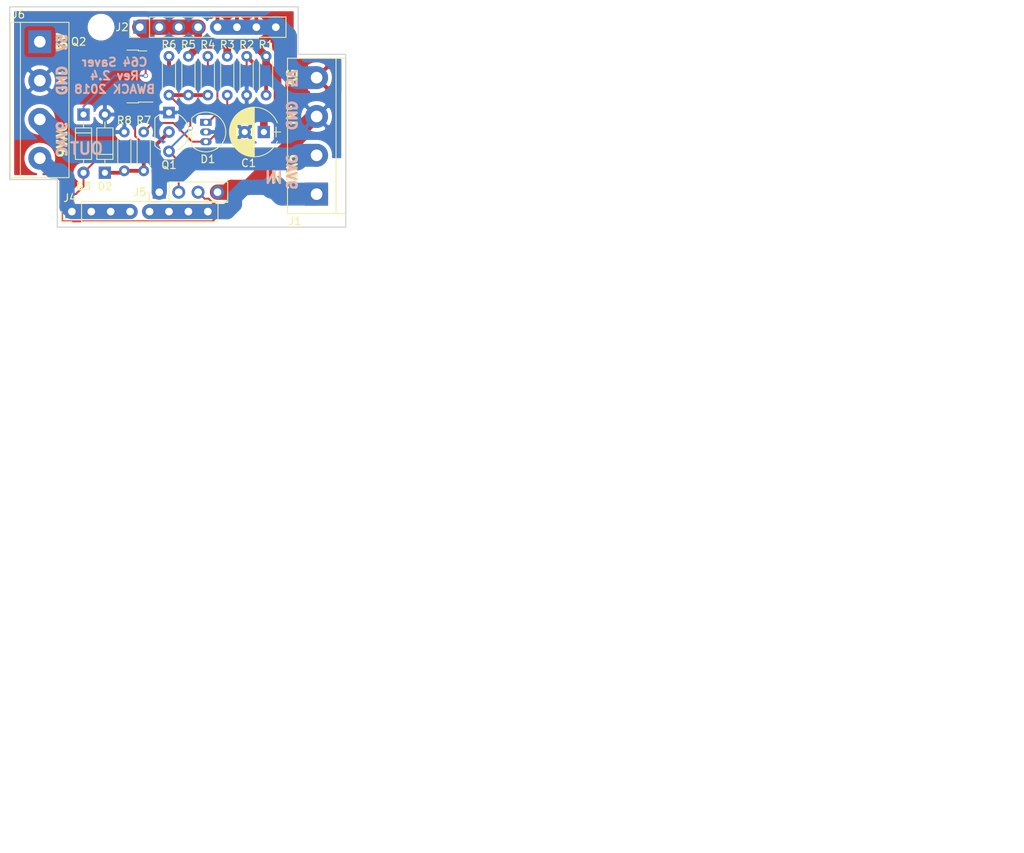
<source format=kicad_pcb>
(kicad_pcb (version 20171130) (host pcbnew 5.1.4+dfsg1-1)

  (general
    (thickness 1.6)
    (drawings 27)
    (tracks 132)
    (zones 0)
    (modules 21)
    (nets 13)
  )

  (page A4)
  (layers
    (0 F.Cu signal)
    (31 B.Cu signal)
    (32 B.Adhes user)
    (33 F.Adhes user)
    (34 B.Paste user)
    (35 F.Paste user)
    (36 B.SilkS user)
    (37 F.SilkS user)
    (38 B.Mask user)
    (39 F.Mask user)
    (40 Dwgs.User user)
    (41 Cmts.User user)
    (42 Eco1.User user)
    (43 Eco2.User user)
    (44 Edge.Cuts user)
    (45 Margin user)
    (46 B.CrtYd user)
    (47 F.CrtYd user)
    (48 B.Fab user hide)
    (49 F.Fab user hide)
  )

  (setup
    (last_trace_width 0.25)
    (user_trace_width 0.5)
    (user_trace_width 1)
    (user_trace_width 2)
    (user_trace_width 3)
    (trace_clearance 0.3)
    (zone_clearance 0.508)
    (zone_45_only no)
    (trace_min 0.2)
    (via_size 0.6)
    (via_drill 0.4)
    (via_min_size 0.4)
    (via_min_drill 0.3)
    (user_via 0.4 0.3)
    (user_via 1 0.8)
    (user_via 2 0.8)
    (user_via 3 0.8)
    (uvia_size 0.3)
    (uvia_drill 0.1)
    (uvias_allowed no)
    (uvia_min_size 0.2)
    (uvia_min_drill 0.1)
    (edge_width 0.15)
    (segment_width 0.2)
    (pcb_text_width 0.3)
    (pcb_text_size 1.5 1.5)
    (mod_edge_width 0.15)
    (mod_text_size 1 1)
    (mod_text_width 0.15)
    (pad_size 1.524 1.524)
    (pad_drill 0.762)
    (pad_to_mask_clearance 0.2)
    (aux_axis_origin 0 0)
    (visible_elements 7FFFEFFF)
    (pcbplotparams
      (layerselection 0x010f0_ffffffff)
      (usegerberextensions true)
      (usegerberattributes false)
      (usegerberadvancedattributes false)
      (creategerberjobfile false)
      (excludeedgelayer false)
      (linewidth 0.100000)
      (plotframeref false)
      (viasonmask false)
      (mode 1)
      (useauxorigin false)
      (hpglpennumber 1)
      (hpglpenspeed 20)
      (hpglpendiameter 15.000000)
      (psnegative false)
      (psa4output false)
      (plotreference true)
      (plotvalue true)
      (plotinvisibletext false)
      (padsonsilk false)
      (subtractmaskfromsilk false)
      (outputformat 1)
      (mirror false)
      (drillshape 0)
      (scaleselection 1)
      (outputdirectory "gerber2"))
  )

  (net 0 "")
  (net 1 /VCC1-)
  (net 2 GND)
  (net 3 PGATE)
  (net 4 /VCC1+)
  (net 5 OVERVOLTAGE)
  (net 6 /5V_SAFE)
  (net 7 /NGATE)
  (net 8 /SENSE)
  (net 9 /9VAC1)
  (net 10 /9VAC2)
  (net 11 /9VAC1')
  (net 12 "Net-(D1-Pad3)")

  (net_class Default "This is the default net class."
    (clearance 0.3)
    (trace_width 0.25)
    (via_dia 0.6)
    (via_drill 0.4)
    (uvia_dia 0.3)
    (uvia_drill 0.1)
    (add_net /5V_SAFE)
    (add_net /9VAC1)
    (add_net /9VAC1')
    (add_net /9VAC2)
    (add_net /NGATE)
    (add_net /SENSE)
    (add_net /VCC1-)
    (add_net GND)
    (add_net "Net-(D1-Pad3)")
    (add_net OVERVOLTAGE)
    (add_net PGATE)
  )

  (net_class POWER ""
    (clearance 0.3)
    (trace_width 2)
    (via_dia 1.2)
    (via_drill 1)
    (uvia_dia 0.3)
    (uvia_drill 0.1)
    (add_net /VCC1+)
  )

  (module Capacitors_THT:CP_Radial_D6.3mm_P2.50mm (layer F.Cu) (tedit 597BC7C2) (tstamp 5B1EDC3E)
    (at 173.696 100.076 180)
    (descr "CP, Radial series, Radial, pin pitch=2.50mm, , diameter=6.3mm, Electrolytic Capacitor")
    (tags "CP Radial series Radial pin pitch 2.50mm  diameter 6.3mm Electrolytic Capacitor")
    (path /5AFB3C02)
    (fp_text reference C1 (at 1.992 -4.064 180) (layer F.SilkS)
      (effects (font (size 1 1) (thickness 0.15)))
    )
    (fp_text value 47uF (at 1.25 4.46 180) (layer F.Fab)
      (effects (font (size 1 1) (thickness 0.15)))
    )
    (fp_arc (start 1.25 0) (end -1.767482 -1.18) (angle 137.3) (layer F.SilkS) (width 0.12))
    (fp_arc (start 1.25 0) (end -1.767482 1.18) (angle -137.3) (layer F.SilkS) (width 0.12))
    (fp_arc (start 1.25 0) (end 4.267482 -1.18) (angle 42.7) (layer F.SilkS) (width 0.12))
    (fp_circle (center 1.25 0) (end 4.4 0) (layer F.Fab) (width 0.1))
    (fp_line (start -2.2 0) (end -1 0) (layer F.Fab) (width 0.1))
    (fp_line (start -1.6 -0.65) (end -1.6 0.65) (layer F.Fab) (width 0.1))
    (fp_line (start 1.25 -3.2) (end 1.25 3.2) (layer F.SilkS) (width 0.12))
    (fp_line (start 1.29 -3.2) (end 1.29 3.2) (layer F.SilkS) (width 0.12))
    (fp_line (start 1.33 -3.2) (end 1.33 3.2) (layer F.SilkS) (width 0.12))
    (fp_line (start 1.37 -3.198) (end 1.37 3.198) (layer F.SilkS) (width 0.12))
    (fp_line (start 1.41 -3.197) (end 1.41 3.197) (layer F.SilkS) (width 0.12))
    (fp_line (start 1.45 -3.194) (end 1.45 3.194) (layer F.SilkS) (width 0.12))
    (fp_line (start 1.49 -3.192) (end 1.49 3.192) (layer F.SilkS) (width 0.12))
    (fp_line (start 1.53 -3.188) (end 1.53 -0.98) (layer F.SilkS) (width 0.12))
    (fp_line (start 1.53 0.98) (end 1.53 3.188) (layer F.SilkS) (width 0.12))
    (fp_line (start 1.57 -3.185) (end 1.57 -0.98) (layer F.SilkS) (width 0.12))
    (fp_line (start 1.57 0.98) (end 1.57 3.185) (layer F.SilkS) (width 0.12))
    (fp_line (start 1.61 -3.18) (end 1.61 -0.98) (layer F.SilkS) (width 0.12))
    (fp_line (start 1.61 0.98) (end 1.61 3.18) (layer F.SilkS) (width 0.12))
    (fp_line (start 1.65 -3.176) (end 1.65 -0.98) (layer F.SilkS) (width 0.12))
    (fp_line (start 1.65 0.98) (end 1.65 3.176) (layer F.SilkS) (width 0.12))
    (fp_line (start 1.69 -3.17) (end 1.69 -0.98) (layer F.SilkS) (width 0.12))
    (fp_line (start 1.69 0.98) (end 1.69 3.17) (layer F.SilkS) (width 0.12))
    (fp_line (start 1.73 -3.165) (end 1.73 -0.98) (layer F.SilkS) (width 0.12))
    (fp_line (start 1.73 0.98) (end 1.73 3.165) (layer F.SilkS) (width 0.12))
    (fp_line (start 1.77 -3.158) (end 1.77 -0.98) (layer F.SilkS) (width 0.12))
    (fp_line (start 1.77 0.98) (end 1.77 3.158) (layer F.SilkS) (width 0.12))
    (fp_line (start 1.81 -3.152) (end 1.81 -0.98) (layer F.SilkS) (width 0.12))
    (fp_line (start 1.81 0.98) (end 1.81 3.152) (layer F.SilkS) (width 0.12))
    (fp_line (start 1.85 -3.144) (end 1.85 -0.98) (layer F.SilkS) (width 0.12))
    (fp_line (start 1.85 0.98) (end 1.85 3.144) (layer F.SilkS) (width 0.12))
    (fp_line (start 1.89 -3.137) (end 1.89 -0.98) (layer F.SilkS) (width 0.12))
    (fp_line (start 1.89 0.98) (end 1.89 3.137) (layer F.SilkS) (width 0.12))
    (fp_line (start 1.93 -3.128) (end 1.93 -0.98) (layer F.SilkS) (width 0.12))
    (fp_line (start 1.93 0.98) (end 1.93 3.128) (layer F.SilkS) (width 0.12))
    (fp_line (start 1.971 -3.119) (end 1.971 -0.98) (layer F.SilkS) (width 0.12))
    (fp_line (start 1.971 0.98) (end 1.971 3.119) (layer F.SilkS) (width 0.12))
    (fp_line (start 2.011 -3.11) (end 2.011 -0.98) (layer F.SilkS) (width 0.12))
    (fp_line (start 2.011 0.98) (end 2.011 3.11) (layer F.SilkS) (width 0.12))
    (fp_line (start 2.051 -3.1) (end 2.051 -0.98) (layer F.SilkS) (width 0.12))
    (fp_line (start 2.051 0.98) (end 2.051 3.1) (layer F.SilkS) (width 0.12))
    (fp_line (start 2.091 -3.09) (end 2.091 -0.98) (layer F.SilkS) (width 0.12))
    (fp_line (start 2.091 0.98) (end 2.091 3.09) (layer F.SilkS) (width 0.12))
    (fp_line (start 2.131 -3.079) (end 2.131 -0.98) (layer F.SilkS) (width 0.12))
    (fp_line (start 2.131 0.98) (end 2.131 3.079) (layer F.SilkS) (width 0.12))
    (fp_line (start 2.171 -3.067) (end 2.171 -0.98) (layer F.SilkS) (width 0.12))
    (fp_line (start 2.171 0.98) (end 2.171 3.067) (layer F.SilkS) (width 0.12))
    (fp_line (start 2.211 -3.055) (end 2.211 -0.98) (layer F.SilkS) (width 0.12))
    (fp_line (start 2.211 0.98) (end 2.211 3.055) (layer F.SilkS) (width 0.12))
    (fp_line (start 2.251 -3.042) (end 2.251 -0.98) (layer F.SilkS) (width 0.12))
    (fp_line (start 2.251 0.98) (end 2.251 3.042) (layer F.SilkS) (width 0.12))
    (fp_line (start 2.291 -3.029) (end 2.291 -0.98) (layer F.SilkS) (width 0.12))
    (fp_line (start 2.291 0.98) (end 2.291 3.029) (layer F.SilkS) (width 0.12))
    (fp_line (start 2.331 -3.015) (end 2.331 -0.98) (layer F.SilkS) (width 0.12))
    (fp_line (start 2.331 0.98) (end 2.331 3.015) (layer F.SilkS) (width 0.12))
    (fp_line (start 2.371 -3.001) (end 2.371 -0.98) (layer F.SilkS) (width 0.12))
    (fp_line (start 2.371 0.98) (end 2.371 3.001) (layer F.SilkS) (width 0.12))
    (fp_line (start 2.411 -2.986) (end 2.411 -0.98) (layer F.SilkS) (width 0.12))
    (fp_line (start 2.411 0.98) (end 2.411 2.986) (layer F.SilkS) (width 0.12))
    (fp_line (start 2.451 -2.97) (end 2.451 -0.98) (layer F.SilkS) (width 0.12))
    (fp_line (start 2.451 0.98) (end 2.451 2.97) (layer F.SilkS) (width 0.12))
    (fp_line (start 2.491 -2.954) (end 2.491 -0.98) (layer F.SilkS) (width 0.12))
    (fp_line (start 2.491 0.98) (end 2.491 2.954) (layer F.SilkS) (width 0.12))
    (fp_line (start 2.531 -2.937) (end 2.531 -0.98) (layer F.SilkS) (width 0.12))
    (fp_line (start 2.531 0.98) (end 2.531 2.937) (layer F.SilkS) (width 0.12))
    (fp_line (start 2.571 -2.919) (end 2.571 -0.98) (layer F.SilkS) (width 0.12))
    (fp_line (start 2.571 0.98) (end 2.571 2.919) (layer F.SilkS) (width 0.12))
    (fp_line (start 2.611 -2.901) (end 2.611 -0.98) (layer F.SilkS) (width 0.12))
    (fp_line (start 2.611 0.98) (end 2.611 2.901) (layer F.SilkS) (width 0.12))
    (fp_line (start 2.651 -2.882) (end 2.651 -0.98) (layer F.SilkS) (width 0.12))
    (fp_line (start 2.651 0.98) (end 2.651 2.882) (layer F.SilkS) (width 0.12))
    (fp_line (start 2.691 -2.863) (end 2.691 -0.98) (layer F.SilkS) (width 0.12))
    (fp_line (start 2.691 0.98) (end 2.691 2.863) (layer F.SilkS) (width 0.12))
    (fp_line (start 2.731 -2.843) (end 2.731 -0.98) (layer F.SilkS) (width 0.12))
    (fp_line (start 2.731 0.98) (end 2.731 2.843) (layer F.SilkS) (width 0.12))
    (fp_line (start 2.771 -2.822) (end 2.771 -0.98) (layer F.SilkS) (width 0.12))
    (fp_line (start 2.771 0.98) (end 2.771 2.822) (layer F.SilkS) (width 0.12))
    (fp_line (start 2.811 -2.8) (end 2.811 -0.98) (layer F.SilkS) (width 0.12))
    (fp_line (start 2.811 0.98) (end 2.811 2.8) (layer F.SilkS) (width 0.12))
    (fp_line (start 2.851 -2.778) (end 2.851 -0.98) (layer F.SilkS) (width 0.12))
    (fp_line (start 2.851 0.98) (end 2.851 2.778) (layer F.SilkS) (width 0.12))
    (fp_line (start 2.891 -2.755) (end 2.891 -0.98) (layer F.SilkS) (width 0.12))
    (fp_line (start 2.891 0.98) (end 2.891 2.755) (layer F.SilkS) (width 0.12))
    (fp_line (start 2.931 -2.731) (end 2.931 -0.98) (layer F.SilkS) (width 0.12))
    (fp_line (start 2.931 0.98) (end 2.931 2.731) (layer F.SilkS) (width 0.12))
    (fp_line (start 2.971 -2.706) (end 2.971 -0.98) (layer F.SilkS) (width 0.12))
    (fp_line (start 2.971 0.98) (end 2.971 2.706) (layer F.SilkS) (width 0.12))
    (fp_line (start 3.011 -2.681) (end 3.011 -0.98) (layer F.SilkS) (width 0.12))
    (fp_line (start 3.011 0.98) (end 3.011 2.681) (layer F.SilkS) (width 0.12))
    (fp_line (start 3.051 -2.654) (end 3.051 -0.98) (layer F.SilkS) (width 0.12))
    (fp_line (start 3.051 0.98) (end 3.051 2.654) (layer F.SilkS) (width 0.12))
    (fp_line (start 3.091 -2.627) (end 3.091 -0.98) (layer F.SilkS) (width 0.12))
    (fp_line (start 3.091 0.98) (end 3.091 2.627) (layer F.SilkS) (width 0.12))
    (fp_line (start 3.131 -2.599) (end 3.131 -0.98) (layer F.SilkS) (width 0.12))
    (fp_line (start 3.131 0.98) (end 3.131 2.599) (layer F.SilkS) (width 0.12))
    (fp_line (start 3.171 -2.57) (end 3.171 -0.98) (layer F.SilkS) (width 0.12))
    (fp_line (start 3.171 0.98) (end 3.171 2.57) (layer F.SilkS) (width 0.12))
    (fp_line (start 3.211 -2.54) (end 3.211 -0.98) (layer F.SilkS) (width 0.12))
    (fp_line (start 3.211 0.98) (end 3.211 2.54) (layer F.SilkS) (width 0.12))
    (fp_line (start 3.251 -2.51) (end 3.251 -0.98) (layer F.SilkS) (width 0.12))
    (fp_line (start 3.251 0.98) (end 3.251 2.51) (layer F.SilkS) (width 0.12))
    (fp_line (start 3.291 -2.478) (end 3.291 -0.98) (layer F.SilkS) (width 0.12))
    (fp_line (start 3.291 0.98) (end 3.291 2.478) (layer F.SilkS) (width 0.12))
    (fp_line (start 3.331 -2.445) (end 3.331 -0.98) (layer F.SilkS) (width 0.12))
    (fp_line (start 3.331 0.98) (end 3.331 2.445) (layer F.SilkS) (width 0.12))
    (fp_line (start 3.371 -2.411) (end 3.371 -0.98) (layer F.SilkS) (width 0.12))
    (fp_line (start 3.371 0.98) (end 3.371 2.411) (layer F.SilkS) (width 0.12))
    (fp_line (start 3.411 -2.375) (end 3.411 -0.98) (layer F.SilkS) (width 0.12))
    (fp_line (start 3.411 0.98) (end 3.411 2.375) (layer F.SilkS) (width 0.12))
    (fp_line (start 3.451 -2.339) (end 3.451 -0.98) (layer F.SilkS) (width 0.12))
    (fp_line (start 3.451 0.98) (end 3.451 2.339) (layer F.SilkS) (width 0.12))
    (fp_line (start 3.491 -2.301) (end 3.491 2.301) (layer F.SilkS) (width 0.12))
    (fp_line (start 3.531 -2.262) (end 3.531 2.262) (layer F.SilkS) (width 0.12))
    (fp_line (start 3.571 -2.222) (end 3.571 2.222) (layer F.SilkS) (width 0.12))
    (fp_line (start 3.611 -2.18) (end 3.611 2.18) (layer F.SilkS) (width 0.12))
    (fp_line (start 3.651 -2.137) (end 3.651 2.137) (layer F.SilkS) (width 0.12))
    (fp_line (start 3.691 -2.092) (end 3.691 2.092) (layer F.SilkS) (width 0.12))
    (fp_line (start 3.731 -2.045) (end 3.731 2.045) (layer F.SilkS) (width 0.12))
    (fp_line (start 3.771 -1.997) (end 3.771 1.997) (layer F.SilkS) (width 0.12))
    (fp_line (start 3.811 -1.946) (end 3.811 1.946) (layer F.SilkS) (width 0.12))
    (fp_line (start 3.851 -1.894) (end 3.851 1.894) (layer F.SilkS) (width 0.12))
    (fp_line (start 3.891 -1.839) (end 3.891 1.839) (layer F.SilkS) (width 0.12))
    (fp_line (start 3.931 -1.781) (end 3.931 1.781) (layer F.SilkS) (width 0.12))
    (fp_line (start 3.971 -1.721) (end 3.971 1.721) (layer F.SilkS) (width 0.12))
    (fp_line (start 4.011 -1.658) (end 4.011 1.658) (layer F.SilkS) (width 0.12))
    (fp_line (start 4.051 -1.591) (end 4.051 1.591) (layer F.SilkS) (width 0.12))
    (fp_line (start 4.091 -1.52) (end 4.091 1.52) (layer F.SilkS) (width 0.12))
    (fp_line (start 4.131 -1.445) (end 4.131 1.445) (layer F.SilkS) (width 0.12))
    (fp_line (start 4.171 -1.364) (end 4.171 1.364) (layer F.SilkS) (width 0.12))
    (fp_line (start 4.211 -1.278) (end 4.211 1.278) (layer F.SilkS) (width 0.12))
    (fp_line (start 4.251 -1.184) (end 4.251 1.184) (layer F.SilkS) (width 0.12))
    (fp_line (start 4.291 -1.081) (end 4.291 1.081) (layer F.SilkS) (width 0.12))
    (fp_line (start 4.331 -0.966) (end 4.331 0.966) (layer F.SilkS) (width 0.12))
    (fp_line (start 4.371 -0.834) (end 4.371 0.834) (layer F.SilkS) (width 0.12))
    (fp_line (start 4.411 -0.676) (end 4.411 0.676) (layer F.SilkS) (width 0.12))
    (fp_line (start 4.451 -0.468) (end 4.451 0.468) (layer F.SilkS) (width 0.12))
    (fp_line (start -2.2 0) (end -1 0) (layer F.SilkS) (width 0.12))
    (fp_line (start -1.6 -0.65) (end -1.6 0.65) (layer F.SilkS) (width 0.12))
    (fp_line (start -2.25 -3.5) (end -2.25 3.5) (layer F.CrtYd) (width 0.05))
    (fp_line (start -2.25 3.5) (end 4.75 3.5) (layer F.CrtYd) (width 0.05))
    (fp_line (start 4.75 3.5) (end 4.75 -3.5) (layer F.CrtYd) (width 0.05))
    (fp_line (start 4.75 -3.5) (end -2.25 -3.5) (layer F.CrtYd) (width 0.05))
    (fp_text user %R (at 1.25 0 180) (layer F.Fab)
      (effects (font (size 1 1) (thickness 0.15)))
    )
    (pad 1 thru_hole rect (at 0 0 180) (size 1.6 1.6) (drill 0.8) (layers *.Cu *.Mask)
      (net 1 /VCC1-))
    (pad 2 thru_hole circle (at 2.5 0 180) (size 1.6 1.6) (drill 0.8) (layers *.Cu *.Mask)
      (net 2 GND))
    (model ${KISYS3DMOD}/Capacitor_THT.3dshapes/CP_Radial_D6.3mm_P2.50mm.wrl
      (at (xyz 0 0 0))
      (scale (xyz 1 1 1))
      (rotate (xyz 0 0 0))
    )
  )

  (module Connectors_Terminal_Blocks:TerminalBlock_bornier-4_P5.08mm (layer F.Cu) (tedit 59FF03D1) (tstamp 5B1D8B3F)
    (at 144.399 88.265 270)
    (descr "simple 4-pin terminal block, pitch 5.08mm, revamped version of bornier4")
    (tags "terminal block bornier4")
    (path /5B1D42F2)
    (fp_text reference J6 (at -3.556 2.794) (layer F.SilkS)
      (effects (font (size 1 1) (thickness 0.15)))
    )
    (fp_text value Conn_01x04 (at 7.6 4.75 270) (layer F.Fab)
      (effects (font (size 1 1) (thickness 0.15)))
    )
    (fp_text user %R (at 7.62 0 270) (layer F.Fab)
      (effects (font (size 1 1) (thickness 0.15)))
    )
    (fp_line (start -2.48 2.55) (end 17.72 2.55) (layer F.Fab) (width 0.1))
    (fp_line (start -2.43 3.75) (end -2.48 3.75) (layer F.Fab) (width 0.1))
    (fp_line (start -2.48 3.75) (end -2.48 -3.75) (layer F.Fab) (width 0.1))
    (fp_line (start -2.48 -3.75) (end 17.72 -3.75) (layer F.Fab) (width 0.1))
    (fp_line (start 17.72 -3.75) (end 17.72 3.75) (layer F.Fab) (width 0.1))
    (fp_line (start 17.72 3.75) (end -2.43 3.75) (layer F.Fab) (width 0.1))
    (fp_line (start -2.54 -3.81) (end -2.54 3.81) (layer F.SilkS) (width 0.12))
    (fp_line (start 17.78 3.81) (end 17.78 -3.81) (layer F.SilkS) (width 0.12))
    (fp_line (start 17.78 2.54) (end -2.54 2.54) (layer F.SilkS) (width 0.12))
    (fp_line (start -2.54 -3.81) (end 17.78 -3.81) (layer F.SilkS) (width 0.12))
    (fp_line (start -2.54 3.81) (end 17.78 3.81) (layer F.SilkS) (width 0.12))
    (fp_line (start -2.73 -4) (end 17.97 -4) (layer F.CrtYd) (width 0.05))
    (fp_line (start -2.73 -4) (end -2.73 4) (layer F.CrtYd) (width 0.05))
    (fp_line (start 17.97 4) (end 17.97 -4) (layer F.CrtYd) (width 0.05))
    (fp_line (start 17.97 4) (end -2.73 4) (layer F.CrtYd) (width 0.05))
    (pad 2 thru_hole circle (at 5.08 0 270) (size 3 3) (drill 1.52) (layers *.Cu *.Mask)
      (net 2 GND))
    (pad 3 thru_hole circle (at 10.16 0 270) (size 3 3) (drill 1.52) (layers *.Cu *.Mask)
      (net 10 /9VAC2))
    (pad 1 thru_hole rect (at 0 0 270) (size 3 3) (drill 1.52) (layers *.Cu *.Mask)
      (net 6 /5V_SAFE))
    (pad 4 thru_hole circle (at 15.24 0 270) (size 3 3) (drill 1.52) (layers *.Cu *.Mask)
      (net 11 /9VAC1'))
    (model ${KISYS3DMOD}/Terminal_Blocks.3dshapes/TerminalBlock_bornier-4_P5.08mm.wrl
      (offset (xyz 7.619999885559082 0 0))
      (scale (xyz 1 1 1))
      (rotate (xyz 0 0 0))
    )
  )

  (module Diodes_THT:D_DO-35_SOD27_P7.62mm_Horizontal (layer F.Cu) (tedit 5921392F) (tstamp 5B1D8D89)
    (at 152.908 105.41 90)
    (descr "D, DO-35_SOD27 series, Axial, Horizontal, pin pitch=7.62mm, , length*diameter=4*2mm^2, , http://www.diodes.com/_files/packages/DO-35.pdf")
    (tags "D DO-35_SOD27 series Axial Horizontal pin pitch 7.62mm  length 4mm diameter 2mm")
    (path /5B1D3C9A)
    (fp_text reference D2 (at -1.778 0) (layer F.SilkS)
      (effects (font (size 1 1) (thickness 0.15)))
    )
    (fp_text value 6V8 (at 3.81 0 90) (layer F.Fab)
      (effects (font (size 1 1) (thickness 0.15)))
    )
    (fp_text user %R (at 3.81 0 90) (layer F.Fab)
      (effects (font (size 1 1) (thickness 0.15)))
    )
    (fp_line (start 1.81 -1) (end 1.81 1) (layer F.Fab) (width 0.1))
    (fp_line (start 1.81 1) (end 5.81 1) (layer F.Fab) (width 0.1))
    (fp_line (start 5.81 1) (end 5.81 -1) (layer F.Fab) (width 0.1))
    (fp_line (start 5.81 -1) (end 1.81 -1) (layer F.Fab) (width 0.1))
    (fp_line (start 0 0) (end 1.81 0) (layer F.Fab) (width 0.1))
    (fp_line (start 7.62 0) (end 5.81 0) (layer F.Fab) (width 0.1))
    (fp_line (start 2.41 -1) (end 2.41 1) (layer F.Fab) (width 0.1))
    (fp_line (start 1.75 -1.06) (end 1.75 1.06) (layer F.SilkS) (width 0.12))
    (fp_line (start 1.75 1.06) (end 5.87 1.06) (layer F.SilkS) (width 0.12))
    (fp_line (start 5.87 1.06) (end 5.87 -1.06) (layer F.SilkS) (width 0.12))
    (fp_line (start 5.87 -1.06) (end 1.75 -1.06) (layer F.SilkS) (width 0.12))
    (fp_line (start 0.98 0) (end 1.75 0) (layer F.SilkS) (width 0.12))
    (fp_line (start 6.64 0) (end 5.87 0) (layer F.SilkS) (width 0.12))
    (fp_line (start 2.41 -1.06) (end 2.41 1.06) (layer F.SilkS) (width 0.12))
    (fp_line (start -1.05 -1.35) (end -1.05 1.35) (layer F.CrtYd) (width 0.05))
    (fp_line (start -1.05 1.35) (end 8.7 1.35) (layer F.CrtYd) (width 0.05))
    (fp_line (start 8.7 1.35) (end 8.7 -1.35) (layer F.CrtYd) (width 0.05))
    (fp_line (start 8.7 -1.35) (end -1.05 -1.35) (layer F.CrtYd) (width 0.05))
    (pad 1 thru_hole rect (at 0 0 90) (size 1.6 1.6) (drill 0.8) (layers *.Cu *.Mask)
      (net 7 /NGATE))
    (pad 2 thru_hole oval (at 7.62 0 90) (size 1.6 1.6) (drill 0.8) (layers *.Cu *.Mask)
      (net 2 GND))
    (model ${KISYS3DMOD}/Diode_THT.3dshapes/D_DO-35_SOD27_P7.62mm_Horizontal.wrl
      (at (xyz 0 0 0))
      (scale (xyz 1 1 1))
      (rotate (xyz 0 0 0))
    )
  )

  (module Diodes_THT:D_DO-35_SOD27_P7.62mm_Horizontal (layer F.Cu) (tedit 5921392F) (tstamp 5B1D8D8E)
    (at 150.114 97.79 270)
    (descr "D, DO-35_SOD27 series, Axial, Horizontal, pin pitch=7.62mm, , length*diameter=4*2mm^2, , http://www.diodes.com/_files/packages/DO-35.pdf")
    (tags "D DO-35_SOD27 series Axial Horizontal pin pitch 7.62mm  length 4mm diameter 2mm")
    (path /5B1D7545)
    (fp_text reference D3 (at 9.398 0 180) (layer F.SilkS)
      (effects (font (size 1 1) (thickness 0.15)))
    )
    (fp_text value 6V8 (at 3.81 0 270) (layer F.Fab)
      (effects (font (size 1 1) (thickness 0.15)))
    )
    (fp_text user %R (at 3.81 0 270) (layer F.Fab)
      (effects (font (size 1 1) (thickness 0.15)))
    )
    (fp_line (start 1.81 -1) (end 1.81 1) (layer F.Fab) (width 0.1))
    (fp_line (start 1.81 1) (end 5.81 1) (layer F.Fab) (width 0.1))
    (fp_line (start 5.81 1) (end 5.81 -1) (layer F.Fab) (width 0.1))
    (fp_line (start 5.81 -1) (end 1.81 -1) (layer F.Fab) (width 0.1))
    (fp_line (start 0 0) (end 1.81 0) (layer F.Fab) (width 0.1))
    (fp_line (start 7.62 0) (end 5.81 0) (layer F.Fab) (width 0.1))
    (fp_line (start 2.41 -1) (end 2.41 1) (layer F.Fab) (width 0.1))
    (fp_line (start 1.75 -1.06) (end 1.75 1.06) (layer F.SilkS) (width 0.12))
    (fp_line (start 1.75 1.06) (end 5.87 1.06) (layer F.SilkS) (width 0.12))
    (fp_line (start 5.87 1.06) (end 5.87 -1.06) (layer F.SilkS) (width 0.12))
    (fp_line (start 5.87 -1.06) (end 1.75 -1.06) (layer F.SilkS) (width 0.12))
    (fp_line (start 0.98 0) (end 1.75 0) (layer F.SilkS) (width 0.12))
    (fp_line (start 6.64 0) (end 5.87 0) (layer F.SilkS) (width 0.12))
    (fp_line (start 2.41 -1.06) (end 2.41 1.06) (layer F.SilkS) (width 0.12))
    (fp_line (start -1.05 -1.35) (end -1.05 1.35) (layer F.CrtYd) (width 0.05))
    (fp_line (start -1.05 1.35) (end 8.7 1.35) (layer F.CrtYd) (width 0.05))
    (fp_line (start 8.7 1.35) (end 8.7 -1.35) (layer F.CrtYd) (width 0.05))
    (fp_line (start 8.7 -1.35) (end -1.05 -1.35) (layer F.CrtYd) (width 0.05))
    (pad 1 thru_hole rect (at 0 0 270) (size 1.6 1.6) (drill 0.8) (layers *.Cu *.Mask)
      (net 1 /VCC1-))
    (pad 2 thru_hole oval (at 7.62 0 270) (size 1.6 1.6) (drill 0.8) (layers *.Cu *.Mask)
      (net 3 PGATE))
    (model ${KISYS3DMOD}/Diode_THT.3dshapes/D_DO-35_SOD27_P7.62mm_Horizontal.wrl
      (at (xyz 0 0 0))
      (scale (xyz 1 1 1))
      (rotate (xyz 0 0 0))
    )
  )

  (module Connectors_Terminal_Blocks:TerminalBlock_bornier-4_P5.08mm (layer F.Cu) (tedit 59FF03D1) (tstamp 5B1D8E7A)
    (at 180.594 108.204 90)
    (descr "simple 4-pin terminal block, pitch 5.08mm, revamped version of bornier4")
    (tags "terminal block bornier4")
    (path /5B1D4425)
    (fp_text reference J1 (at -3.556 -2.82194 180) (layer F.SilkS)
      (effects (font (size 1 1) (thickness 0.15)))
    )
    (fp_text value Conn_01x04 (at 7.6 4.75 90) (layer F.Fab)
      (effects (font (size 1 1) (thickness 0.15)))
    )
    (fp_text user %R (at 7.62 0 270) (layer F.Fab)
      (effects (font (size 1 1) (thickness 0.15)))
    )
    (fp_line (start -2.48 2.55) (end 17.72 2.55) (layer F.Fab) (width 0.1))
    (fp_line (start -2.43 3.75) (end -2.48 3.75) (layer F.Fab) (width 0.1))
    (fp_line (start -2.48 3.75) (end -2.48 -3.75) (layer F.Fab) (width 0.1))
    (fp_line (start -2.48 -3.75) (end 17.72 -3.75) (layer F.Fab) (width 0.1))
    (fp_line (start 17.72 -3.75) (end 17.72 3.75) (layer F.Fab) (width 0.1))
    (fp_line (start 17.72 3.75) (end -2.43 3.75) (layer F.Fab) (width 0.1))
    (fp_line (start -2.54 -3.81) (end -2.54 3.81) (layer F.SilkS) (width 0.12))
    (fp_line (start 17.78 3.81) (end 17.78 -3.81) (layer F.SilkS) (width 0.12))
    (fp_line (start 17.78 2.54) (end -2.54 2.54) (layer F.SilkS) (width 0.12))
    (fp_line (start -2.54 -3.81) (end 17.78 -3.81) (layer F.SilkS) (width 0.12))
    (fp_line (start -2.54 3.81) (end 17.78 3.81) (layer F.SilkS) (width 0.12))
    (fp_line (start -2.73 -4) (end 17.97 -4) (layer F.CrtYd) (width 0.05))
    (fp_line (start -2.73 -4) (end -2.73 4) (layer F.CrtYd) (width 0.05))
    (fp_line (start 17.97 4) (end 17.97 -4) (layer F.CrtYd) (width 0.05))
    (fp_line (start 17.97 4) (end -2.73 4) (layer F.CrtYd) (width 0.05))
    (pad 2 thru_hole circle (at 5.08 0 90) (size 3 3) (drill 1.52) (layers *.Cu *.Mask)
      (net 10 /9VAC2))
    (pad 3 thru_hole circle (at 10.16 0 90) (size 3 3) (drill 1.52) (layers *.Cu *.Mask)
      (net 2 GND))
    (pad 1 thru_hole rect (at 0 0 90) (size 3 3) (drill 1.52) (layers *.Cu *.Mask)
      (net 9 /9VAC1))
    (pad 4 thru_hole circle (at 15.24 0 90) (size 3 3) (drill 1.52) (layers *.Cu *.Mask)
      (net 4 /VCC1+))
    (model ${KISYS3DMOD}/Terminal_Blocks.3dshapes/TerminalBlock_bornier-4_P5.08mm.wrl
      (offset (xyz 7.619999885559082 0 0))
      (scale (xyz 1 1 1))
      (rotate (xyz 0 0 0))
    )
  )

  (module TO_SOT_Packages_THT:TO-92_Inline_Narrow_Oval (layer F.Cu) (tedit 58CE52AF) (tstamp 5B1EDB10)
    (at 166.116 98.806 270)
    (descr "TO-92 leads in-line, narrow, oval pads, drill 0.6mm (see NXP sot054_po.pdf)")
    (tags "to-92 sc-43 sc-43a sot54 PA33 transistor")
    (path /5B1EDB2D)
    (fp_text reference D1 (at 4.826 -0.254 180) (layer F.SilkS)
      (effects (font (size 1 1) (thickness 0.15)))
    )
    (fp_text value TL431LP (at 1.27 2.79 270) (layer F.Fab)
      (effects (font (size 1 1) (thickness 0.15)))
    )
    (fp_text user %R (at 1.27 -3.56 270) (layer F.Fab)
      (effects (font (size 1 1) (thickness 0.15)))
    )
    (fp_line (start -0.53 1.85) (end 3.07 1.85) (layer F.SilkS) (width 0.12))
    (fp_line (start -0.5 1.75) (end 3 1.75) (layer F.Fab) (width 0.1))
    (fp_line (start -1.46 -2.73) (end 4 -2.73) (layer F.CrtYd) (width 0.05))
    (fp_line (start -1.46 -2.73) (end -1.46 2.01) (layer F.CrtYd) (width 0.05))
    (fp_line (start 4 2.01) (end 4 -2.73) (layer F.CrtYd) (width 0.05))
    (fp_line (start 4 2.01) (end -1.46 2.01) (layer F.CrtYd) (width 0.05))
    (fp_arc (start 1.27 0) (end 1.27 -2.48) (angle 135) (layer F.Fab) (width 0.1))
    (fp_arc (start 1.27 0) (end 1.27 -2.6) (angle -135) (layer F.SilkS) (width 0.12))
    (fp_arc (start 1.27 0) (end 1.27 -2.48) (angle -135) (layer F.Fab) (width 0.1))
    (fp_arc (start 1.27 0) (end 1.27 -2.6) (angle 135) (layer F.SilkS) (width 0.12))
    (pad 2 thru_hole oval (at 1.27 0 90) (size 0.9 1.5) (drill 0.6) (layers *.Cu *.Mask)
      (net 2 GND))
    (pad 3 thru_hole oval (at 2.54 0 90) (size 0.9 1.5) (drill 0.6) (layers *.Cu *.Mask)
      (net 12 "Net-(D1-Pad3)"))
    (pad 1 thru_hole rect (at 0 0 90) (size 0.9 1.5) (drill 0.6) (layers *.Cu *.Mask)
      (net 8 /SENSE))
    (model ${KISYS3DMOD}/Package_TO_SOT_THT.3dshapes/TO-92_Inline.wrl
      (at (xyz 0 0 0))
      (scale (xyz 1 1 1))
      (rotate (xyz 0 0 0))
    )
  )

  (module TO_SOT_Packages_SMD:ATPAK-2 (layer F.Cu) (tedit 59044510) (tstamp 5B1EED44)
    (at 154.0476 92.8116 180)
    (descr "ATPAK SMD package, http://www.onsemi.com/pub/Collateral/ENA2192-D.PDF")
    (tags "ATPAK ")
    (path /5B217093)
    (attr smd)
    (fp_text reference Q2 (at 4.572 4.5466) (layer F.SilkS)
      (effects (font (size 1 1) (thickness 0.15)))
    )
    (fp_text value IRFR5305 (at 0 4.5 180) (layer F.Fab)
      (effects (font (size 1 1) (thickness 0.15)))
    )
    (fp_line (start 4.25 -3.25) (end 4.75 -3.25) (layer F.Fab) (width 0.1))
    (fp_line (start 4.75 -3.25) (end 4.75 3.25) (layer F.Fab) (width 0.1))
    (fp_line (start 4.75 3.25) (end 4.25 3.25) (layer F.Fab) (width 0.1))
    (fp_line (start 4.25 -3.25) (end 4.25 3.25) (layer F.Fab) (width 0.1))
    (fp_line (start 4.25 3.25) (end -3.05 3.25) (layer F.Fab) (width 0.1))
    (fp_line (start -3.05 3.25) (end -3.05 -2.25) (layer F.Fab) (width 0.1))
    (fp_line (start -3.05 -2.25) (end -2.05 -3.25) (layer F.Fab) (width 0.1))
    (fp_line (start -2.05 -3.25) (end 4.25 -3.25) (layer F.Fab) (width 0.1))
    (fp_line (start -2.7 -2.6) (end -4.75 -2.6) (layer F.Fab) (width 0.1))
    (fp_line (start -4.75 -2.6) (end -4.75 -2) (layer F.Fab) (width 0.1))
    (fp_line (start -4.75 -2) (end -3.05 -2) (layer F.Fab) (width 0.1))
    (fp_line (start -3.05 2) (end -4.75 2) (layer F.Fab) (width 0.1))
    (fp_line (start -4.75 2) (end -4.75 2.6) (layer F.Fab) (width 0.1))
    (fp_line (start -4.75 2.6) (end -3.05 2.6) (layer F.Fab) (width 0.1))
    (fp_line (start -1.75 -3.45) (end -3.25 -3.45) (layer F.SilkS) (width 0.12))
    (fp_line (start -3.25 -3.45) (end -3.25 -3.35) (layer F.SilkS) (width 0.12))
    (fp_line (start -3.25 -3.35) (end -5.15 -3.35) (layer F.SilkS) (width 0.12))
    (fp_line (start -1.75 3.45) (end -3.25 3.45) (layer F.SilkS) (width 0.12))
    (fp_line (start -3.25 3.45) (end -3.25 3.35) (layer F.SilkS) (width 0.12))
    (fp_line (start -3.25 3.35) (end -4.35 3.35) (layer F.SilkS) (width 0.12))
    (fp_line (start -5.4 -3.5) (end -5.4 3.5) (layer F.CrtYd) (width 0.05))
    (fp_line (start -5.4 3.5) (end 5.4 3.5) (layer F.CrtYd) (width 0.05))
    (fp_line (start 5.4 3.5) (end 5.4 -3.5) (layer F.CrtYd) (width 0.05))
    (fp_line (start 5.4 -3.5) (end -5.4 -3.5) (layer F.CrtYd) (width 0.05))
    (fp_text user %R (at 0 0 180) (layer F.Fab)
      (effects (font (size 1 1) (thickness 0.15)))
    )
    (pad 1 smd rect (at -4.35 -2.3 180) (size 1.6 1.5) (layers F.Cu F.Paste F.Mask)
      (net 3 PGATE))
    (pad 3 smd rect (at -4.35 2.3 180) (size 1.6 1.5) (layers F.Cu F.Paste F.Mask)
      (net 1 /VCC1-))
    (pad 2 smd rect (at 1.8 0 180) (size 6.7 6.5) (layers F.Cu F.Mask)
      (net 6 /5V_SAFE))
    (pad 2 smd rect (at 3.55 1.7 180) (size 3.2 3.1) (layers F.Cu F.Paste)
      (net 6 /5V_SAFE))
    (pad 2 smd rect (at 0.05 -1.7 180) (size 3.2 3.1) (layers F.Cu F.Paste)
      (net 6 /5V_SAFE))
    (pad 2 smd rect (at 3.55 -1.7 180) (size 3.2 3.1) (layers F.Cu F.Paste)
      (net 6 /5V_SAFE))
    (pad 2 smd rect (at 0.05 1.7 180) (size 3.2 3.1) (layers F.Cu F.Paste)
      (net 6 /5V_SAFE))
    (model ${KISYS3DMOD}/Package_TO_SOT_SMD.3dshapes/ATPAK-2.wrl
      (at (xyz 0 0 0))
      (scale (xyz 1 1 1))
      (rotate (xyz 0 0 0))
    )
  )

  (module Pin_Headers:Pin_Header_Straight_1x08_Pitch2.54mm locked (layer F.Cu) (tedit 59650532) (tstamp 5B492320)
    (at 157.48 86.36 90)
    (descr "Through hole straight pin header, 1x08, 2.54mm pitch, single row")
    (tags "Through hole pin header THT 1x08 2.54mm single row")
    (path /5B493748)
    (fp_text reference J2 (at 0 -2.33 180) (layer F.SilkS)
      (effects (font (size 1 1) (thickness 0.15)))
    )
    (fp_text value Conn_01x08 (at 0 20.11 90) (layer F.Fab)
      (effects (font (size 1 1) (thickness 0.15)))
    )
    (fp_line (start -0.635 -1.27) (end 1.27 -1.27) (layer F.Fab) (width 0.1))
    (fp_line (start 1.27 -1.27) (end 1.27 19.05) (layer F.Fab) (width 0.1))
    (fp_line (start 1.27 19.05) (end -1.27 19.05) (layer F.Fab) (width 0.1))
    (fp_line (start -1.27 19.05) (end -1.27 -0.635) (layer F.Fab) (width 0.1))
    (fp_line (start -1.27 -0.635) (end -0.635 -1.27) (layer F.Fab) (width 0.1))
    (fp_line (start -1.33 19.11) (end 1.33 19.11) (layer F.SilkS) (width 0.12))
    (fp_line (start -1.33 1.27) (end -1.33 19.11) (layer F.SilkS) (width 0.12))
    (fp_line (start 1.33 1.27) (end 1.33 19.11) (layer F.SilkS) (width 0.12))
    (fp_line (start -1.33 1.27) (end 1.33 1.27) (layer F.SilkS) (width 0.12))
    (fp_line (start -1.33 0) (end -1.33 -1.33) (layer F.SilkS) (width 0.12))
    (fp_line (start -1.33 -1.33) (end 0 -1.33) (layer F.SilkS) (width 0.12))
    (fp_line (start -1.8 -1.8) (end -1.8 19.55) (layer F.CrtYd) (width 0.05))
    (fp_line (start -1.8 19.55) (end 1.8 19.55) (layer F.CrtYd) (width 0.05))
    (fp_line (start 1.8 19.55) (end 1.8 -1.8) (layer F.CrtYd) (width 0.05))
    (fp_line (start 1.8 -1.8) (end -1.8 -1.8) (layer F.CrtYd) (width 0.05))
    (fp_text user %R (at 0 8.89 180) (layer F.Fab)
      (effects (font (size 1 1) (thickness 0.15)))
    )
    (pad 1 thru_hole rect (at 0 0 90) (size 1.7 1.7) (drill 1) (layers *.Cu *.Mask)
      (net 1 /VCC1-))
    (pad 2 thru_hole oval (at 0 2.54 90) (size 1.7 1.7) (drill 1) (layers *.Cu *.Mask)
      (net 1 /VCC1-))
    (pad 3 thru_hole oval (at 0 5.08 90) (size 1.7 1.7) (drill 1) (layers *.Cu *.Mask)
      (net 1 /VCC1-))
    (pad 4 thru_hole oval (at 0 7.62 90) (size 1.7 1.7) (drill 1) (layers *.Cu *.Mask)
      (net 1 /VCC1-))
    (pad 5 thru_hole oval (at 0 10.16 90) (size 1.7 1.7) (drill 1) (layers *.Cu *.Mask)
      (net 4 /VCC1+))
    (pad 6 thru_hole oval (at 0 12.7 90) (size 1.7 1.7) (drill 1) (layers *.Cu *.Mask)
      (net 4 /VCC1+))
    (pad 7 thru_hole oval (at 0 15.24 90) (size 1.7 1.7) (drill 1) (layers *.Cu *.Mask)
      (net 4 /VCC1+))
    (pad 8 thru_hole oval (at 0 17.78 90) (size 1.7 1.7) (drill 1) (layers *.Cu *.Mask)
      (net 4 /VCC1+))
  )

  (module Pin_Headers:Pin_Header_Straight_1x08_Pitch2.54mm (layer F.Cu) (tedit 59650532) (tstamp 5B492363)
    (at 148.59 110.49 90)
    (descr "Through hole straight pin header, 1x08, 2.54mm pitch, single row")
    (tags "Through hole pin header THT 1x08 2.54mm single row")
    (path /5B4955D0)
    (fp_text reference J4 (at 1.778 -0.254 180) (layer F.SilkS)
      (effects (font (size 1 1) (thickness 0.15)))
    )
    (fp_text value Conn_01x08 (at 0 20.11 90) (layer F.Fab)
      (effects (font (size 1 1) (thickness 0.15)))
    )
    (fp_line (start -0.635 -1.27) (end 1.27 -1.27) (layer F.Fab) (width 0.1))
    (fp_line (start 1.27 -1.27) (end 1.27 19.05) (layer F.Fab) (width 0.1))
    (fp_line (start 1.27 19.05) (end -1.27 19.05) (layer F.Fab) (width 0.1))
    (fp_line (start -1.27 19.05) (end -1.27 -0.635) (layer F.Fab) (width 0.1))
    (fp_line (start -1.27 -0.635) (end -0.635 -1.27) (layer F.Fab) (width 0.1))
    (fp_line (start -1.33 19.11) (end 1.33 19.11) (layer F.SilkS) (width 0.12))
    (fp_line (start -1.33 1.27) (end -1.33 19.11) (layer F.SilkS) (width 0.12))
    (fp_line (start 1.33 1.27) (end 1.33 19.11) (layer F.SilkS) (width 0.12))
    (fp_line (start -1.33 1.27) (end 1.33 1.27) (layer F.SilkS) (width 0.12))
    (fp_line (start -1.33 0) (end -1.33 -1.33) (layer F.SilkS) (width 0.12))
    (fp_line (start -1.33 -1.33) (end 0 -1.33) (layer F.SilkS) (width 0.12))
    (fp_line (start -1.8 -1.8) (end -1.8 19.55) (layer F.CrtYd) (width 0.05))
    (fp_line (start -1.8 19.55) (end 1.8 19.55) (layer F.CrtYd) (width 0.05))
    (fp_line (start 1.8 19.55) (end 1.8 -1.8) (layer F.CrtYd) (width 0.05))
    (fp_line (start 1.8 -1.8) (end -1.8 -1.8) (layer F.CrtYd) (width 0.05))
    (fp_text user %R (at 0 8.89 180) (layer F.Fab)
      (effects (font (size 1 1) (thickness 0.15)))
    )
    (pad 1 thru_hole rect (at 0 0 90) (size 1.7 1.7) (drill 1) (layers *.Cu *.Mask)
      (net 11 /9VAC1'))
    (pad 2 thru_hole oval (at 0 2.54 90) (size 1.7 1.7) (drill 1) (layers *.Cu *.Mask)
      (net 11 /9VAC1'))
    (pad 3 thru_hole oval (at 0 5.08 90) (size 1.7 1.7) (drill 1) (layers *.Cu *.Mask)
      (net 11 /9VAC1'))
    (pad 4 thru_hole oval (at 0 7.62 90) (size 1.7 1.7) (drill 1) (layers *.Cu *.Mask)
      (net 11 /9VAC1'))
    (pad 5 thru_hole oval (at 0 10.16 90) (size 1.7 1.7) (drill 1) (layers *.Cu *.Mask)
      (net 9 /9VAC1))
    (pad 6 thru_hole oval (at 0 12.7 90) (size 1.7 1.7) (drill 1) (layers *.Cu *.Mask)
      (net 9 /9VAC1))
    (pad 7 thru_hole oval (at 0 15.24 90) (size 1.7 1.7) (drill 1) (layers *.Cu *.Mask)
      (net 9 /9VAC1))
    (pad 8 thru_hole oval (at 0 17.78 90) (size 1.7 1.7) (drill 1) (layers *.Cu *.Mask)
      (net 9 /9VAC1))
  )

  (module Pin_Headers:Pin_Header_Straight_1x04_Pitch2.54mm (layer F.Cu) (tedit 59650532) (tstamp 5B49237B)
    (at 160.02 107.95 90)
    (descr "Through hole straight pin header, 1x04, 2.54mm pitch, single row")
    (tags "Through hole pin header THT 1x04 2.54mm single row")
    (path /5B495741)
    (fp_text reference J5 (at 0 -2.54 180) (layer F.SilkS)
      (effects (font (size 1 1) (thickness 0.15)))
    )
    (fp_text value Conn_01x04 (at 0 9.95 90) (layer F.Fab)
      (effects (font (size 1 1) (thickness 0.15)))
    )
    (fp_line (start -0.635 -1.27) (end 1.27 -1.27) (layer F.Fab) (width 0.1))
    (fp_line (start 1.27 -1.27) (end 1.27 8.89) (layer F.Fab) (width 0.1))
    (fp_line (start 1.27 8.89) (end -1.27 8.89) (layer F.Fab) (width 0.1))
    (fp_line (start -1.27 8.89) (end -1.27 -0.635) (layer F.Fab) (width 0.1))
    (fp_line (start -1.27 -0.635) (end -0.635 -1.27) (layer F.Fab) (width 0.1))
    (fp_line (start -1.33 8.95) (end 1.33 8.95) (layer F.SilkS) (width 0.12))
    (fp_line (start -1.33 1.27) (end -1.33 8.95) (layer F.SilkS) (width 0.12))
    (fp_line (start 1.33 1.27) (end 1.33 8.95) (layer F.SilkS) (width 0.12))
    (fp_line (start -1.33 1.27) (end 1.33 1.27) (layer F.SilkS) (width 0.12))
    (fp_line (start -1.33 0) (end -1.33 -1.33) (layer F.SilkS) (width 0.12))
    (fp_line (start -1.33 -1.33) (end 0 -1.33) (layer F.SilkS) (width 0.12))
    (fp_line (start -1.8 -1.8) (end -1.8 9.4) (layer F.CrtYd) (width 0.05))
    (fp_line (start -1.8 9.4) (end 1.8 9.4) (layer F.CrtYd) (width 0.05))
    (fp_line (start 1.8 9.4) (end 1.8 -1.8) (layer F.CrtYd) (width 0.05))
    (fp_line (start 1.8 -1.8) (end -1.8 -1.8) (layer F.CrtYd) (width 0.05))
    (fp_text user %R (at 0 3.81 180) (layer F.Fab)
      (effects (font (size 1 1) (thickness 0.15)))
    )
    (pad 1 thru_hole rect (at 0 0 90) (size 1.7 1.7) (drill 1) (layers *.Cu *.Mask)
      (net 10 /9VAC2))
    (pad 2 thru_hole oval (at 0 2.54 90) (size 1.7 1.7) (drill 1) (layers *.Cu *.Mask)
      (net 5 OVERVOLTAGE))
    (pad 3 thru_hole oval (at 0 5.08 90) (size 1.7 1.7) (drill 1) (layers *.Cu *.Mask)
      (net 3 PGATE))
    (pad 4 thru_hole oval (at 0 7.62 90) (size 1.7 1.7) (drill 1) (layers *.Cu *.Mask)
      (net 2 GND))
  )

  (module Mounting_Holes:MountingHole_2.5mm (layer F.Cu) (tedit 5B492617) (tstamp 5B49267F)
    (at 152.40508 86.35746)
    (descr "Mounting Hole 2.5mm, no annular")
    (tags "mounting hole 2.5mm no annular")
    (path /5B1F2FB5)
    (attr virtual)
    (fp_text reference MK1 (at -4.95808 -1.64846) (layer F.SilkS) hide
      (effects (font (size 1 1) (thickness 0.15)))
    )
    (fp_text value Mounting_Hole (at 0 3.5) (layer F.Fab)
      (effects (font (size 1 1) (thickness 0.15)))
    )
    (fp_text user %R (at 0.3 0) (layer F.Fab)
      (effects (font (size 1 1) (thickness 0.15)))
    )
    (fp_circle (center 0 0) (end 2.5 0) (layer Cmts.User) (width 0.15))
    (fp_circle (center 0 0) (end 2.75 0) (layer F.CrtYd) (width 0.05))
    (pad 1 np_thru_hole circle (at 0 0) (size 2.5 2.5) (drill 2.5) (layers *.Cu *.Mask))
  )

  (module Mounting_Holes:MountingHole_2.5mm (layer F.Cu) (tedit 5B49261E) (tstamp 5B492687)
    (at 172.39996 109.86262)
    (descr "Mounting Hole 2.5mm, no annular")
    (tags "mounting hole 2.5mm no annular")
    (path /5B1F307E)
    (attr virtual)
    (fp_text reference MK2 (at -0.09398 -3.50774) (layer F.SilkS) hide
      (effects (font (size 1 1) (thickness 0.15)))
    )
    (fp_text value Mounting_Hole (at 0 3.5) (layer F.Fab)
      (effects (font (size 1 1) (thickness 0.15)))
    )
    (fp_text user %R (at 0.3 0) (layer F.Fab)
      (effects (font (size 1 1) (thickness 0.15)))
    )
    (fp_circle (center 0 0) (end 2.5 0) (layer Cmts.User) (width 0.15))
    (fp_circle (center 0 0) (end 2.75 0) (layer F.CrtYd) (width 0.05))
    (pad 1 np_thru_hole circle (at 0 0) (size 2.5 2.5) (drill 2.5) (layers *.Cu *.Mask))
  )

  (module Resistors_THT:R_Axial_DIN0204_L3.6mm_D1.6mm_P5.08mm_Horizontal (layer F.Cu) (tedit 5874F706) (tstamp 5B4A1023)
    (at 173.99 90.17 270)
    (descr "Resistor, Axial_DIN0204 series, Axial, Horizontal, pin pitch=5.08mm, 0.16666666666666666W = 1/6W, length*diameter=3.6*1.6mm^2, http://cdn-reichelt.de/documents/datenblatt/B400/1_4W%23YAG.pdf")
    (tags "Resistor Axial_DIN0204 series Axial Horizontal pin pitch 5.08mm 0.16666666666666666W = 1/6W length 3.6mm diameter 1.6mm")
    (path /5AFB3CB5)
    (fp_text reference R1 (at -1.524 0) (layer F.SilkS)
      (effects (font (size 1 1) (thickness 0.15)))
    )
    (fp_text value 3k9 (at 2.54 1.86 270) (layer F.Fab)
      (effects (font (size 1 1) (thickness 0.15)))
    )
    (fp_line (start 0.74 -0.8) (end 0.74 0.8) (layer F.Fab) (width 0.1))
    (fp_line (start 0.74 0.8) (end 4.34 0.8) (layer F.Fab) (width 0.1))
    (fp_line (start 4.34 0.8) (end 4.34 -0.8) (layer F.Fab) (width 0.1))
    (fp_line (start 4.34 -0.8) (end 0.74 -0.8) (layer F.Fab) (width 0.1))
    (fp_line (start 0 0) (end 0.74 0) (layer F.Fab) (width 0.1))
    (fp_line (start 5.08 0) (end 4.34 0) (layer F.Fab) (width 0.1))
    (fp_line (start 0.68 -0.86) (end 4.4 -0.86) (layer F.SilkS) (width 0.12))
    (fp_line (start 0.68 0.86) (end 4.4 0.86) (layer F.SilkS) (width 0.12))
    (fp_line (start -0.95 -1.15) (end -0.95 1.15) (layer F.CrtYd) (width 0.05))
    (fp_line (start -0.95 1.15) (end 6.05 1.15) (layer F.CrtYd) (width 0.05))
    (fp_line (start 6.05 1.15) (end 6.05 -1.15) (layer F.CrtYd) (width 0.05))
    (fp_line (start 6.05 -1.15) (end -0.95 -1.15) (layer F.CrtYd) (width 0.05))
    (pad 1 thru_hole circle (at 0 0 270) (size 1.4 1.4) (drill 0.7) (layers *.Cu *.Mask)
      (net 1 /VCC1-))
    (pad 2 thru_hole oval (at 5.08 0 270) (size 1.4 1.4) (drill 0.7) (layers *.Cu *.Mask)
      (net 8 /SENSE))
    (model ${KISYS3DMOD}/Resistor_THT.3dshapes/R_Axial_DIN0204_L3.6mm_D1.6mm_P5.08mm_Horizontal.wrl
      (at (xyz 0 0 0))
      (scale (xyz 1 1 1))
      (rotate (xyz 0 0 0))
    )
  )

  (module Resistors_THT:R_Axial_DIN0204_L3.6mm_D1.6mm_P5.08mm_Horizontal (layer F.Cu) (tedit 5874F706) (tstamp 5B4A1028)
    (at 171.45 90.17 270)
    (descr "Resistor, Axial_DIN0204 series, Axial, Horizontal, pin pitch=5.08mm, 0.16666666666666666W = 1/6W, length*diameter=3.6*1.6mm^2, http://cdn-reichelt.de/documents/datenblatt/B400/1_4W%23YAG.pdf")
    (tags "Resistor Axial_DIN0204 series Axial Horizontal pin pitch 5.08mm 0.16666666666666666W = 1/6W length 3.6mm diameter 1.6mm")
    (path /5B1D6BF3)
    (fp_text reference R2 (at -1.524 0) (layer F.SilkS)
      (effects (font (size 1 1) (thickness 0.15)))
    )
    (fp_text value 3k3 (at 2.54 1.86 270) (layer F.Fab)
      (effects (font (size 1 1) (thickness 0.15)))
    )
    (fp_line (start 0.74 -0.8) (end 0.74 0.8) (layer F.Fab) (width 0.1))
    (fp_line (start 0.74 0.8) (end 4.34 0.8) (layer F.Fab) (width 0.1))
    (fp_line (start 4.34 0.8) (end 4.34 -0.8) (layer F.Fab) (width 0.1))
    (fp_line (start 4.34 -0.8) (end 0.74 -0.8) (layer F.Fab) (width 0.1))
    (fp_line (start 0 0) (end 0.74 0) (layer F.Fab) (width 0.1))
    (fp_line (start 5.08 0) (end 4.34 0) (layer F.Fab) (width 0.1))
    (fp_line (start 0.68 -0.86) (end 4.4 -0.86) (layer F.SilkS) (width 0.12))
    (fp_line (start 0.68 0.86) (end 4.4 0.86) (layer F.SilkS) (width 0.12))
    (fp_line (start -0.95 -1.15) (end -0.95 1.15) (layer F.CrtYd) (width 0.05))
    (fp_line (start -0.95 1.15) (end 6.05 1.15) (layer F.CrtYd) (width 0.05))
    (fp_line (start 6.05 1.15) (end 6.05 -1.15) (layer F.CrtYd) (width 0.05))
    (fp_line (start 6.05 -1.15) (end -0.95 -1.15) (layer F.CrtYd) (width 0.05))
    (pad 1 thru_hole circle (at 0 0 270) (size 1.4 1.4) (drill 0.7) (layers *.Cu *.Mask)
      (net 8 /SENSE))
    (pad 2 thru_hole oval (at 5.08 0 270) (size 1.4 1.4) (drill 0.7) (layers *.Cu *.Mask)
      (net 2 GND))
    (model ${KISYS3DMOD}/Resistor_THT.3dshapes/R_Axial_DIN0204_L3.6mm_D1.6mm_P5.08mm_Horizontal.wrl
      (at (xyz 0 0 0))
      (scale (xyz 1 1 1))
      (rotate (xyz 0 0 0))
    )
  )

  (module Resistors_THT:R_Axial_DIN0204_L3.6mm_D1.6mm_P5.08mm_Horizontal (layer F.Cu) (tedit 5874F706) (tstamp 5B4A102D)
    (at 168.91 90.17 270)
    (descr "Resistor, Axial_DIN0204 series, Axial, Horizontal, pin pitch=5.08mm, 0.16666666666666666W = 1/6W, length*diameter=3.6*1.6mm^2, http://cdn-reichelt.de/documents/datenblatt/B400/1_4W%23YAG.pdf")
    (tags "Resistor Axial_DIN0204 series Axial Horizontal pin pitch 5.08mm 0.16666666666666666W = 1/6W length 3.6mm diameter 1.6mm")
    (path /5B1D6DA9)
    (fp_text reference R3 (at -1.524 0) (layer F.SilkS)
      (effects (font (size 1 1) (thickness 0.15)))
    )
    (fp_text value 3k3 (at 2.54 1.86 270) (layer F.Fab)
      (effects (font (size 1 1) (thickness 0.15)))
    )
    (fp_line (start 0.74 -0.8) (end 0.74 0.8) (layer F.Fab) (width 0.1))
    (fp_line (start 0.74 0.8) (end 4.34 0.8) (layer F.Fab) (width 0.1))
    (fp_line (start 4.34 0.8) (end 4.34 -0.8) (layer F.Fab) (width 0.1))
    (fp_line (start 4.34 -0.8) (end 0.74 -0.8) (layer F.Fab) (width 0.1))
    (fp_line (start 0 0) (end 0.74 0) (layer F.Fab) (width 0.1))
    (fp_line (start 5.08 0) (end 4.34 0) (layer F.Fab) (width 0.1))
    (fp_line (start 0.68 -0.86) (end 4.4 -0.86) (layer F.SilkS) (width 0.12))
    (fp_line (start 0.68 0.86) (end 4.4 0.86) (layer F.SilkS) (width 0.12))
    (fp_line (start -0.95 -1.15) (end -0.95 1.15) (layer F.CrtYd) (width 0.05))
    (fp_line (start -0.95 1.15) (end 6.05 1.15) (layer F.CrtYd) (width 0.05))
    (fp_line (start 6.05 1.15) (end 6.05 -1.15) (layer F.CrtYd) (width 0.05))
    (fp_line (start 6.05 -1.15) (end -0.95 -1.15) (layer F.CrtYd) (width 0.05))
    (pad 1 thru_hole circle (at 0 0 270) (size 1.4 1.4) (drill 0.7) (layers *.Cu *.Mask)
      (net 1 /VCC1-))
    (pad 2 thru_hole oval (at 5.08 0 270) (size 1.4 1.4) (drill 0.7) (layers *.Cu *.Mask)
      (net 12 "Net-(D1-Pad3)"))
    (model ${KISYS3DMOD}/Resistor_THT.3dshapes/R_Axial_DIN0204_L3.6mm_D1.6mm_P5.08mm_Horizontal.wrl
      (at (xyz 0 0 0))
      (scale (xyz 1 1 1))
      (rotate (xyz 0 0 0))
    )
  )

  (module Resistors_THT:R_Axial_DIN0204_L3.6mm_D1.6mm_P5.08mm_Horizontal (layer F.Cu) (tedit 5874F706) (tstamp 5B4A1032)
    (at 166.37 90.17 270)
    (descr "Resistor, Axial_DIN0204 series, Axial, Horizontal, pin pitch=5.08mm, 0.16666666666666666W = 1/6W, length*diameter=3.6*1.6mm^2, http://cdn-reichelt.de/documents/datenblatt/B400/1_4W%23YAG.pdf")
    (tags "Resistor Axial_DIN0204 series Axial Horizontal pin pitch 5.08mm 0.16666666666666666W = 1/6W length 3.6mm diameter 1.6mm")
    (path /5B1D9590)
    (fp_text reference R4 (at -1.524 0) (layer F.SilkS)
      (effects (font (size 1 1) (thickness 0.15)))
    )
    (fp_text value 330k (at 2.54 1.86 270) (layer F.Fab)
      (effects (font (size 1 1) (thickness 0.15)))
    )
    (fp_line (start 0.74 -0.8) (end 0.74 0.8) (layer F.Fab) (width 0.1))
    (fp_line (start 0.74 0.8) (end 4.34 0.8) (layer F.Fab) (width 0.1))
    (fp_line (start 4.34 0.8) (end 4.34 -0.8) (layer F.Fab) (width 0.1))
    (fp_line (start 4.34 -0.8) (end 0.74 -0.8) (layer F.Fab) (width 0.1))
    (fp_line (start 0 0) (end 0.74 0) (layer F.Fab) (width 0.1))
    (fp_line (start 5.08 0) (end 4.34 0) (layer F.Fab) (width 0.1))
    (fp_line (start 0.68 -0.86) (end 4.4 -0.86) (layer F.SilkS) (width 0.12))
    (fp_line (start 0.68 0.86) (end 4.4 0.86) (layer F.SilkS) (width 0.12))
    (fp_line (start -0.95 -1.15) (end -0.95 1.15) (layer F.CrtYd) (width 0.05))
    (fp_line (start -0.95 1.15) (end 6.05 1.15) (layer F.CrtYd) (width 0.05))
    (fp_line (start 6.05 1.15) (end 6.05 -1.15) (layer F.CrtYd) (width 0.05))
    (fp_line (start 6.05 -1.15) (end -0.95 -1.15) (layer F.CrtYd) (width 0.05))
    (pad 1 thru_hole circle (at 0 0 270) (size 1.4 1.4) (drill 0.7) (layers *.Cu *.Mask)
      (net 8 /SENSE))
    (pad 2 thru_hole oval (at 5.08 0 270) (size 1.4 1.4) (drill 0.7) (layers *.Cu *.Mask)
      (net 5 OVERVOLTAGE))
    (model ${KISYS3DMOD}/Resistor_THT.3dshapes/R_Axial_DIN0204_L3.6mm_D1.6mm_P5.08mm_Horizontal.wrl
      (at (xyz 0 0 0))
      (scale (xyz 1 1 1))
      (rotate (xyz 0 0 0))
    )
  )

  (module Resistors_THT:R_Axial_DIN0204_L3.6mm_D1.6mm_P5.08mm_Horizontal (layer F.Cu) (tedit 5874F706) (tstamp 5B4A1037)
    (at 163.83 90.17 270)
    (descr "Resistor, Axial_DIN0204 series, Axial, Horizontal, pin pitch=5.08mm, 0.16666666666666666W = 1/6W, length*diameter=3.6*1.6mm^2, http://cdn-reichelt.de/documents/datenblatt/B400/1_4W%23YAG.pdf")
    (tags "Resistor Axial_DIN0204 series Axial Horizontal pin pitch 5.08mm 0.16666666666666666W = 1/6W length 3.6mm diameter 1.6mm")
    (path /5B1D747E)
    (fp_text reference R5 (at -1.524 0) (layer F.SilkS)
      (effects (font (size 1 1) (thickness 0.15)))
    )
    (fp_text value 3k3 (at 2.54 1.86 270) (layer F.Fab)
      (effects (font (size 1 1) (thickness 0.15)))
    )
    (fp_line (start 0.74 -0.8) (end 0.74 0.8) (layer F.Fab) (width 0.1))
    (fp_line (start 0.74 0.8) (end 4.34 0.8) (layer F.Fab) (width 0.1))
    (fp_line (start 4.34 0.8) (end 4.34 -0.8) (layer F.Fab) (width 0.1))
    (fp_line (start 4.34 -0.8) (end 0.74 -0.8) (layer F.Fab) (width 0.1))
    (fp_line (start 0 0) (end 0.74 0) (layer F.Fab) (width 0.1))
    (fp_line (start 5.08 0) (end 4.34 0) (layer F.Fab) (width 0.1))
    (fp_line (start 0.68 -0.86) (end 4.4 -0.86) (layer F.SilkS) (width 0.12))
    (fp_line (start 0.68 0.86) (end 4.4 0.86) (layer F.SilkS) (width 0.12))
    (fp_line (start -0.95 -1.15) (end -0.95 1.15) (layer F.CrtYd) (width 0.05))
    (fp_line (start -0.95 1.15) (end 6.05 1.15) (layer F.CrtYd) (width 0.05))
    (fp_line (start 6.05 1.15) (end 6.05 -1.15) (layer F.CrtYd) (width 0.05))
    (fp_line (start 6.05 -1.15) (end -0.95 -1.15) (layer F.CrtYd) (width 0.05))
    (pad 1 thru_hole circle (at 0 0 270) (size 1.4 1.4) (drill 0.7) (layers *.Cu *.Mask)
      (net 1 /VCC1-))
    (pad 2 thru_hole oval (at 5.08 0 270) (size 1.4 1.4) (drill 0.7) (layers *.Cu *.Mask)
      (net 5 OVERVOLTAGE))
    (model ${KISYS3DMOD}/Resistor_THT.3dshapes/R_Axial_DIN0204_L3.6mm_D1.6mm_P5.08mm_Horizontal.wrl
      (at (xyz 0 0 0))
      (scale (xyz 1 1 1))
      (rotate (xyz 0 0 0))
    )
  )

  (module Resistors_THT:R_Axial_DIN0204_L3.6mm_D1.6mm_P5.08mm_Horizontal (layer F.Cu) (tedit 5874F706) (tstamp 5B4A103C)
    (at 161.29 90.17 270)
    (descr "Resistor, Axial_DIN0204 series, Axial, Horizontal, pin pitch=5.08mm, 0.16666666666666666W = 1/6W, length*diameter=3.6*1.6mm^2, http://cdn-reichelt.de/documents/datenblatt/B400/1_4W%23YAG.pdf")
    (tags "Resistor Axial_DIN0204 series Axial Horizontal pin pitch 5.08mm 0.16666666666666666W = 1/6W length 3.6mm diameter 1.6mm")
    (path /5B1D73D7)
    (fp_text reference R6 (at -1.524 0) (layer F.SilkS)
      (effects (font (size 1 1) (thickness 0.15)))
    )
    (fp_text value 3k9 (at 2.54 1.86 270) (layer F.Fab)
      (effects (font (size 1 1) (thickness 0.15)))
    )
    (fp_line (start 0.74 -0.8) (end 0.74 0.8) (layer F.Fab) (width 0.1))
    (fp_line (start 0.74 0.8) (end 4.34 0.8) (layer F.Fab) (width 0.1))
    (fp_line (start 4.34 0.8) (end 4.34 -0.8) (layer F.Fab) (width 0.1))
    (fp_line (start 4.34 -0.8) (end 0.74 -0.8) (layer F.Fab) (width 0.1))
    (fp_line (start 0 0) (end 0.74 0) (layer F.Fab) (width 0.1))
    (fp_line (start 5.08 0) (end 4.34 0) (layer F.Fab) (width 0.1))
    (fp_line (start 0.68 -0.86) (end 4.4 -0.86) (layer F.SilkS) (width 0.12))
    (fp_line (start 0.68 0.86) (end 4.4 0.86) (layer F.SilkS) (width 0.12))
    (fp_line (start -0.95 -1.15) (end -0.95 1.15) (layer F.CrtYd) (width 0.05))
    (fp_line (start -0.95 1.15) (end 6.05 1.15) (layer F.CrtYd) (width 0.05))
    (fp_line (start 6.05 1.15) (end 6.05 -1.15) (layer F.CrtYd) (width 0.05))
    (fp_line (start 6.05 -1.15) (end -0.95 -1.15) (layer F.CrtYd) (width 0.05))
    (pad 1 thru_hole circle (at 0 0 270) (size 1.4 1.4) (drill 0.7) (layers *.Cu *.Mask)
      (net 3 PGATE))
    (pad 2 thru_hole oval (at 5.08 0 270) (size 1.4 1.4) (drill 0.7) (layers *.Cu *.Mask)
      (net 5 OVERVOLTAGE))
    (model ${KISYS3DMOD}/Resistor_THT.3dshapes/R_Axial_DIN0204_L3.6mm_D1.6mm_P5.08mm_Horizontal.wrl
      (at (xyz 0 0 0))
      (scale (xyz 1 1 1))
      (rotate (xyz 0 0 0))
    )
  )

  (module Resistors_THT:R_Axial_DIN0204_L3.6mm_D1.6mm_P5.08mm_Horizontal (layer F.Cu) (tedit 5874F706) (tstamp 5BA78C9C)
    (at 157.988 100.076 270)
    (descr "Resistor, Axial_DIN0204 series, Axial, Horizontal, pin pitch=5.08mm, 0.16666666666666666W = 1/6W, length*diameter=3.6*1.6mm^2, http://cdn-reichelt.de/documents/datenblatt/B400/1_4W%23YAG.pdf")
    (tags "Resistor Axial_DIN0204 series Axial Horizontal pin pitch 5.08mm 0.16666666666666666W = 1/6W length 3.6mm diameter 1.6mm")
    (path /5BA6F720)
    (fp_text reference R7 (at -1.524 0) (layer F.SilkS)
      (effects (font (size 1 1) (thickness 0.15)))
    )
    (fp_text value 33k (at 2.54 1.86 270) (layer F.Fab)
      (effects (font (size 1 1) (thickness 0.15)))
    )
    (fp_line (start 0.74 -0.8) (end 0.74 0.8) (layer F.Fab) (width 0.1))
    (fp_line (start 0.74 0.8) (end 4.34 0.8) (layer F.Fab) (width 0.1))
    (fp_line (start 4.34 0.8) (end 4.34 -0.8) (layer F.Fab) (width 0.1))
    (fp_line (start 4.34 -0.8) (end 0.74 -0.8) (layer F.Fab) (width 0.1))
    (fp_line (start 0 0) (end 0.74 0) (layer F.Fab) (width 0.1))
    (fp_line (start 5.08 0) (end 4.34 0) (layer F.Fab) (width 0.1))
    (fp_line (start 0.68 -0.86) (end 4.4 -0.86) (layer F.SilkS) (width 0.12))
    (fp_line (start 0.68 0.86) (end 4.4 0.86) (layer F.SilkS) (width 0.12))
    (fp_line (start -0.95 -1.15) (end -0.95 1.15) (layer F.CrtYd) (width 0.05))
    (fp_line (start -0.95 1.15) (end 6.05 1.15) (layer F.CrtYd) (width 0.05))
    (fp_line (start 6.05 1.15) (end 6.05 -1.15) (layer F.CrtYd) (width 0.05))
    (fp_line (start 6.05 -1.15) (end -0.95 -1.15) (layer F.CrtYd) (width 0.05))
    (pad 1 thru_hole circle (at 0 0 270) (size 1.4 1.4) (drill 0.7) (layers *.Cu *.Mask)
      (net 12 "Net-(D1-Pad3)"))
    (pad 2 thru_hole oval (at 5.08 0 270) (size 1.4 1.4) (drill 0.7) (layers *.Cu *.Mask)
      (net 7 /NGATE))
    (model ${KISYS3DMOD}/Resistor_THT.3dshapes/R_Axial_DIN0204_L3.6mm_D1.6mm_P5.08mm_Horizontal.wrl
      (at (xyz 0 0 0))
      (scale (xyz 1 1 1))
      (rotate (xyz 0 0 0))
    )
  )

  (module Resistors_THT:R_Axial_DIN0204_L3.6mm_D1.6mm_P5.08mm_Horizontal (layer F.Cu) (tedit 5874F706) (tstamp 5BA78CAE)
    (at 155.448 105.156 90)
    (descr "Resistor, Axial_DIN0204 series, Axial, Horizontal, pin pitch=5.08mm, 0.16666666666666666W = 1/6W, length*diameter=3.6*1.6mm^2, http://cdn-reichelt.de/documents/datenblatt/B400/1_4W%23YAG.pdf")
    (tags "Resistor Axial_DIN0204 series Axial Horizontal pin pitch 5.08mm 0.16666666666666666W = 1/6W length 3.6mm diameter 1.6mm")
    (path /5BA6F7A6)
    (fp_text reference R8 (at 6.604 0 180) (layer F.SilkS)
      (effects (font (size 1 1) (thickness 0.15)))
    )
    (fp_text value 82k (at 2.54 1.86 90) (layer F.Fab)
      (effects (font (size 1 1) (thickness 0.15)))
    )
    (fp_line (start 0.74 -0.8) (end 0.74 0.8) (layer F.Fab) (width 0.1))
    (fp_line (start 0.74 0.8) (end 4.34 0.8) (layer F.Fab) (width 0.1))
    (fp_line (start 4.34 0.8) (end 4.34 -0.8) (layer F.Fab) (width 0.1))
    (fp_line (start 4.34 -0.8) (end 0.74 -0.8) (layer F.Fab) (width 0.1))
    (fp_line (start 0 0) (end 0.74 0) (layer F.Fab) (width 0.1))
    (fp_line (start 5.08 0) (end 4.34 0) (layer F.Fab) (width 0.1))
    (fp_line (start 0.68 -0.86) (end 4.4 -0.86) (layer F.SilkS) (width 0.12))
    (fp_line (start 0.68 0.86) (end 4.4 0.86) (layer F.SilkS) (width 0.12))
    (fp_line (start -0.95 -1.15) (end -0.95 1.15) (layer F.CrtYd) (width 0.05))
    (fp_line (start -0.95 1.15) (end 6.05 1.15) (layer F.CrtYd) (width 0.05))
    (fp_line (start 6.05 1.15) (end 6.05 -1.15) (layer F.CrtYd) (width 0.05))
    (fp_line (start 6.05 -1.15) (end -0.95 -1.15) (layer F.CrtYd) (width 0.05))
    (pad 1 thru_hole circle (at 0 0 90) (size 1.4 1.4) (drill 0.7) (layers *.Cu *.Mask)
      (net 7 /NGATE))
    (pad 2 thru_hole oval (at 5.08 0 90) (size 1.4 1.4) (drill 0.7) (layers *.Cu *.Mask)
      (net 2 GND))
    (model ${KISYS3DMOD}/Resistor_THT.3dshapes/R_Axial_DIN0204_L3.6mm_D1.6mm_P5.08mm_Horizontal.wrl
      (at (xyz 0 0 0))
      (scale (xyz 1 1 1))
      (rotate (xyz 0 0 0))
    )
  )

  (module TO_SOT_Packages_THT:TO-92_Inline_Wide (layer F.Cu) (tedit 58CE52AF) (tstamp 5BA795C0)
    (at 161.29 97.536 270)
    (descr "TO-92 leads in-line, wide, drill 0.8mm (see NXP sot054_po.pdf)")
    (tags "to-92 sc-43 sc-43a sot54 PA33 transistor")
    (path /5B78C547)
    (fp_text reference Q1 (at 6.858 0 180) (layer F.SilkS)
      (effects (font (size 1 1) (thickness 0.15)))
    )
    (fp_text value 2N7000 (at 2.54 2.79 270) (layer F.Fab)
      (effects (font (size 1 1) (thickness 0.15)))
    )
    (fp_text user %R (at 2.54 -3.56 90) (layer F.Fab)
      (effects (font (size 1 1) (thickness 0.15)))
    )
    (fp_line (start 0.74 1.85) (end 4.34 1.85) (layer F.SilkS) (width 0.12))
    (fp_line (start 0.8 1.75) (end 4.3 1.75) (layer F.Fab) (width 0.1))
    (fp_line (start -1.01 -2.73) (end 6.09 -2.73) (layer F.CrtYd) (width 0.05))
    (fp_line (start -1.01 -2.73) (end -1.01 2.01) (layer F.CrtYd) (width 0.05))
    (fp_line (start 6.09 2.01) (end 6.09 -2.73) (layer F.CrtYd) (width 0.05))
    (fp_line (start 6.09 2.01) (end -1.01 2.01) (layer F.CrtYd) (width 0.05))
    (fp_arc (start 2.54 0) (end 0.74 1.85) (angle 20) (layer F.SilkS) (width 0.12))
    (fp_arc (start 2.54 0) (end 2.54 -2.6) (angle -65) (layer F.SilkS) (width 0.12))
    (fp_arc (start 2.54 0) (end 2.54 -2.6) (angle 65) (layer F.SilkS) (width 0.12))
    (fp_arc (start 2.54 0) (end 2.54 -2.48) (angle 135) (layer F.Fab) (width 0.1))
    (fp_arc (start 2.54 0) (end 2.54 -2.48) (angle -135) (layer F.Fab) (width 0.1))
    (fp_arc (start 2.54 0) (end 4.34 1.85) (angle -20) (layer F.SilkS) (width 0.12))
    (pad 2 thru_hole circle (at 2.54 0) (size 1.52 1.52) (drill 0.8) (layers *.Cu *.Mask)
      (net 7 /NGATE))
    (pad 3 thru_hole circle (at 5.08 0) (size 1.52 1.52) (drill 0.8) (layers *.Cu *.Mask)
      (net 5 OVERVOLTAGE))
    (pad 1 thru_hole rect (at 0 0) (size 1.52 1.52) (drill 0.8) (layers *.Cu *.Mask)
      (net 2 GND))
    (model ${KISYS3DMOD}/Package_TO_SOT_THT.3dshapes/TO-92_Inline_Wide.wrl
      (at (xyz 0 0 0))
      (scale (xyz 1 1 1))
      (rotate (xyz 0 0 0))
    )
  )

  (gr_text OUT (at 150.5 102.25) (layer B.SilkS) (tstamp 5F4ADC97)
    (effects (font (size 1.5 1.5) (thickness 0.3)) (justify mirror))
  )
  (gr_text IN (at 175.006 106) (layer B.SilkS) (tstamp 5F4ADBAD)
    (effects (font (size 1.5 1.5) (thickness 0.3)) (justify mirror))
  )
  (gr_text 2018-09-23 (at 214.884 193.04) (layer Dwgs.User)
    (effects (font (size 1.5 1.5) (thickness 0.3)))
  )
  (gr_text "C64 Saver" (at 193.548 189.484) (layer Dwgs.User)
    (effects (font (size 1.5 1.5) (thickness 0.3)))
  )
  (gr_text 2.4 (at 271.018 193.04) (layer Dwgs.User)
    (effects (font (size 1.5 1.5) (thickness 0.3)))
  )
  (gr_line (start 140.462 106.299) (end 140.462 83.693) (layer Edge.Cuts) (width 0.15))
  (gr_line (start 146.685 106.299) (end 140.462 106.299) (layer Edge.Cuts) (width 0.15))
  (gr_line (start 146.685 112.522) (end 146.685 106.299) (layer Edge.Cuts) (width 0.15))
  (gr_line (start 184.404 112.522) (end 146.685 112.522) (layer Edge.Cuts) (width 0.15))
  (gr_line (start 184.404 89.916) (end 184.404 112.522) (layer Edge.Cuts) (width 0.15))
  (gr_line (start 178.181 89.916) (end 184.404 89.916) (layer Edge.Cuts) (width 0.15))
  (gr_line (start 178.181 83.693) (end 178.181 89.916) (layer Edge.Cuts) (width 0.15))
  (gr_line (start 140.462 83.693) (end 178.181 83.693) (layer Edge.Cuts) (width 0.15))
  (gr_text "C64 Saver\nRev 2.4\nBWACK 2018" (at 154.178 92.71) (layer B.SilkS)
    (effects (font (size 1.1 1.1) (thickness 0.25)) (justify mirror))
  )
  (gr_text 9VAC (at 147.32 101.092 90) (layer F.SilkS) (tstamp 5B203E2A)
    (effects (font (size 1.25 1.25) (thickness 0.3)))
  )
  (gr_text 9VAC (at 147.32 100.965 90) (layer B.SilkS) (tstamp 5B203E28)
    (effects (font (size 1.25 1.25) (thickness 0.3)) (justify mirror))
  )
  (gr_text GND (at 147.32 93.345 90) (layer B.SilkS) (tstamp 5B203E26)
    (effects (font (size 1.25 1.25) (thickness 0.3)) (justify mirror))
  )
  (gr_text GND (at 147.32 93.345 90) (layer F.SilkS) (tstamp 5B203E1C)
    (effects (font (size 1.25 1.25) (thickness 0.3)))
  )
  (gr_text 5V (at 147.32 88.265 90) (layer F.SilkS) (tstamp 5B203C08)
    (effects (font (size 1.25 1.25) (thickness 0.3)))
  )
  (gr_text 5V (at 147.32 88.392 90) (layer B.SilkS) (tstamp 5B203C06)
    (effects (font (size 1.25 1.25) (thickness 0.3)) (justify mirror))
  )
  (gr_text IN (at 175.006 106.045) (layer F.SilkS)
    (effects (font (size 1.5 1.5) (thickness 0.3)))
  )
  (gr_text 5V (at 177.292 93.091 270) (layer B.SilkS) (tstamp 5B2039A5)
    (effects (font (size 1.25 1.25) (thickness 0.3)) (justify mirror))
  )
  (gr_text GND (at 177.292 97.917 270) (layer B.SilkS) (tstamp 5B203976)
    (effects (font (size 1.25 1.25) (thickness 0.3)) (justify mirror))
  )
  (gr_text 9VAC (at 177.292 105.283 270) (layer B.SilkS) (tstamp 5B20395B)
    (effects (font (size 1.25 1.25) (thickness 0.3)) (justify mirror))
  )
  (gr_text 9VAC (at 177.292 105.283 270) (layer F.SilkS)
    (effects (font (size 1.25 1.25) (thickness 0.3)))
  )
  (gr_text GND (at 177.292 97.917 270) (layer F.SilkS)
    (effects (font (size 1.25 1.25) (thickness 0.3)))
  )
  (gr_text 5V (at 177.292 92.964 270) (layer F.SilkS)
    (effects (font (size 1.25 1.25) (thickness 0.3)))
  )

  (segment (start 150.114 97.79) (end 150.114 96.74) (width 0.25) (layer B.Cu) (net 1))
  (segment (start 150.114 96.74) (end 154.144 92.71) (width 0.25) (layer B.Cu) (net 1))
  (segment (start 154.144 92.71) (end 157.817736 92.71) (width 0.25) (layer B.Cu) (net 1))
  (segment (start 157.817736 92.71) (end 158.242 92.71) (width 0.25) (layer B.Cu) (net 1))
  (segment (start 158.242 92.71) (end 158.242 90.6672) (width 0.25) (layer F.Cu) (net 1))
  (segment (start 158.242 90.6672) (end 158.3976 90.5116) (width 0.25) (layer F.Cu) (net 1))
  (via (at 158.242 92.71) (size 0.6) (drill 0.4) (layers F.Cu B.Cu) (net 1))
  (segment (start 158.3976 90.5116) (end 158.3976 87.2776) (width 2) (layer F.Cu) (net 1))
  (segment (start 158.3976 87.2776) (end 157.48 86.36) (width 2) (layer F.Cu) (net 1))
  (segment (start 172.489999 88.669999) (end 168.91 88.669999) (width 1) (layer F.Cu) (net 1))
  (segment (start 168.91 88.669999) (end 165.330001 88.669999) (width 1) (layer F.Cu) (net 1))
  (segment (start 168.91 90.17) (end 168.91 88.669999) (width 1) (layer F.Cu) (net 1))
  (segment (start 165.1 86.36) (end 165.1 88.439998) (width 1) (layer F.Cu) (net 1))
  (segment (start 165.1 88.439998) (end 165.330001 88.669999) (width 1) (layer F.Cu) (net 1))
  (segment (start 173.99 90.17) (end 172.489999 88.669999) (width 1) (layer F.Cu) (net 1))
  (segment (start 165.330001 88.669999) (end 163.83 90.17) (width 1) (layer F.Cu) (net 1))
  (segment (start 173.99 90.17) (end 173.99 91.225062) (width 1) (layer F.Cu) (net 1))
  (segment (start 175.490001 96.481999) (end 173.696 98.276) (width 1) (layer F.Cu) (net 1))
  (segment (start 173.99 91.225062) (end 175.490001 92.725063) (width 1) (layer F.Cu) (net 1))
  (segment (start 175.490001 92.725063) (end 175.490001 96.481999) (width 1) (layer F.Cu) (net 1))
  (segment (start 173.696 98.276) (end 173.696 100.076) (width 1) (layer F.Cu) (net 1))
  (segment (start 165.1 86.36) (end 165.197998 86.36) (width 1) (layer F.Cu) (net 1))
  (segment (start 160.02 86.36) (end 157.48 86.36) (width 2) (layer F.Cu) (net 1))
  (segment (start 160.02 86.36) (end 162.56 86.36) (width 2) (layer F.Cu) (net 1))
  (segment (start 165.1 86.36) (end 162.56 86.36) (width 2) (layer F.Cu) (net 1))
  (segment (start 180.213 98.044) (end 178.713001 99.543999) (width 2) (layer F.Cu) (net 2))
  (segment (start 178.713001 99.543999) (end 178.713001 100.265046) (width 2) (layer F.Cu) (net 2))
  (segment (start 178.713001 100.265046) (end 171.657036 107.321011) (width 2) (layer F.Cu) (net 2))
  (segment (start 171.657036 107.321011) (end 169.47107 107.321011) (width 2) (layer F.Cu) (net 2))
  (segment (start 169.47107 107.321011) (end 168.842081 107.95) (width 2) (layer F.Cu) (net 2))
  (segment (start 168.842081 107.95) (end 167.64 107.95) (width 2) (layer F.Cu) (net 2))
  (segment (start 165.1 107.95) (end 165.949999 108.799999) (width 0.25) (layer F.Cu) (net 3))
  (segment (start 165.949999 108.799999) (end 166.474731 108.799999) (width 0.25) (layer F.Cu) (net 3))
  (segment (start 166.474731 108.799999) (end 167.03973 109.364998) (width 0.25) (layer F.Cu) (net 3))
  (segment (start 166.982001 111.765001) (end 147.399999 111.765001) (width 0.25) (layer F.Cu) (net 3))
  (segment (start 167.03973 109.364998) (end 167.132 109.364998) (width 0.25) (layer F.Cu) (net 3))
  (segment (start 167.132 109.364998) (end 167.645001 109.877999) (width 0.25) (layer F.Cu) (net 3))
  (segment (start 147.32 108.204) (end 149.098 108.204) (width 0.25) (layer F.Cu) (net 3))
  (segment (start 167.645001 109.877999) (end 167.645001 111.102001) (width 0.25) (layer F.Cu) (net 3))
  (segment (start 167.645001 111.102001) (end 166.982001 111.765001) (width 0.25) (layer F.Cu) (net 3))
  (segment (start 147.399999 111.765001) (end 147.314999 111.680001) (width 0.25) (layer F.Cu) (net 3))
  (segment (start 147.314999 111.680001) (end 147.314999 108.209001) (width 0.25) (layer F.Cu) (net 3))
  (segment (start 147.314999 108.209001) (end 147.32 108.204) (width 0.25) (layer F.Cu) (net 3))
  (segment (start 149.098 108.204) (end 150.114 107.188) (width 0.25) (layer F.Cu) (net 3))
  (segment (start 150.114 107.188) (end 150.114 105.41) (width 0.25) (layer F.Cu) (net 3))
  (segment (start 150.114 105.41) (end 151.638 103.886) (width 0.25) (layer F.Cu) (net 3))
  (segment (start 151.638 103.886) (end 155.702 103.886) (width 0.25) (layer F.Cu) (net 3))
  (segment (start 155.702 103.886) (end 157.447999 102.140001) (width 0.25) (layer F.Cu) (net 3))
  (segment (start 157.447999 102.140001) (end 157.447999 101.201001) (width 0.25) (layer F.Cu) (net 3))
  (segment (start 157.447999 101.201001) (end 156.862999 100.616001) (width 0.25) (layer F.Cu) (net 3))
  (segment (start 156.862999 100.616001) (end 156.862999 97.896201) (width 0.25) (layer F.Cu) (net 3))
  (segment (start 156.862999 97.896201) (end 158.3976 96.3616) (width 0.25) (layer F.Cu) (net 3))
  (segment (start 158.3976 96.3616) (end 158.3976 95.1116) (width 0.25) (layer F.Cu) (net 3))
  (segment (start 158.3976 95.1116) (end 158.4476 95.1116) (width 0.5) (layer F.Cu) (net 3))
  (segment (start 158.4476 95.1116) (end 161.29 92.2692) (width 0.5) (layer F.Cu) (net 3))
  (segment (start 161.29 92.2692) (end 161.29 91.159949) (width 0.5) (layer F.Cu) (net 3))
  (segment (start 161.29 91.159949) (end 161.29 90.17) (width 0.5) (layer F.Cu) (net 3))
  (segment (start 176.53 91.44) (end 176.53 87.63) (width 3) (layer B.Cu) (net 4))
  (segment (start 176.53 87.63) (end 175.26 86.36) (width 3) (layer B.Cu) (net 4))
  (segment (start 178.054 92.964) (end 176.53 91.44) (width 3) (layer B.Cu) (net 4))
  (segment (start 180.213 92.964) (end 178.054 92.964) (width 3) (layer B.Cu) (net 4))
  (segment (start 170.18 86.36) (end 167.64 86.36) (width 2) (layer B.Cu) (net 4))
  (segment (start 172.72 86.36) (end 170.18 86.36) (width 2) (layer B.Cu) (net 4))
  (segment (start 175.26 86.36) (end 172.72 86.36) (width 2) (layer B.Cu) (net 4))
  (segment (start 164.084 99.568) (end 164.084 98.044) (width 0.25) (layer F.Cu) (net 5))
  (segment (start 164.084 98.044) (end 161.29 95.25) (width 0.25) (layer F.Cu) (net 5))
  (segment (start 161.29 95.25) (end 161.798 95.758) (width 0.25) (layer F.Cu) (net 5))
  (segment (start 164.084 99.568) (end 161.29 102.362) (width 0.25) (layer B.Cu) (net 5))
  (segment (start 161.29 102.362) (end 161.29 102.616) (width 0.25) (layer B.Cu) (net 5))
  (via (at 164.084 99.568) (size 0.6) (drill 0.4) (layers F.Cu B.Cu) (net 5))
  (segment (start 162.56 107.95) (end 162.56 103.886) (width 0.25) (layer F.Cu) (net 5))
  (segment (start 162.56 103.886) (end 161.29 102.616) (width 0.25) (layer F.Cu) (net 5))
  (segment (start 166.37 95.25) (end 163.83 95.25) (width 0.5) (layer F.Cu) (net 5))
  (segment (start 163.83 95.25) (end 161.29 95.25) (width 0.5) (layer F.Cu) (net 5))
  (segment (start 157.988 105.156) (end 157.988 103.378) (width 0.5) (layer F.Cu) (net 7))
  (segment (start 157.988 103.378) (end 161.29 100.076) (width 0.5) (layer F.Cu) (net 7))
  (segment (start 155.448 105.156) (end 157.988 105.156) (width 0.5) (layer F.Cu) (net 7))
  (segment (start 152.908 105.41) (end 155.194 105.41) (width 0.5) (layer F.Cu) (net 7))
  (segment (start 155.194 105.41) (end 155.448 105.156) (width 0.5) (layer F.Cu) (net 7))
  (segment (start 171.45 90.17) (end 171.45 91.44) (width 0.25) (layer F.Cu) (net 8))
  (segment (start 171.45 91.44) (end 166.37 91.44) (width 0.25) (layer F.Cu) (net 8))
  (segment (start 166.37 90.17) (end 166.37 91.159949) (width 0.25) (layer F.Cu) (net 8))
  (segment (start 166.37 91.159949) (end 166.37 91.44) (width 0.25) (layer F.Cu) (net 8))
  (segment (start 166.116 98.806) (end 166.416 98.806) (width 0.25) (layer F.Cu) (net 8))
  (segment (start 167.620001 97.601999) (end 167.620001 92.690001) (width 0.25) (layer F.Cu) (net 8))
  (segment (start 166.416 98.806) (end 167.620001 97.601999) (width 0.25) (layer F.Cu) (net 8))
  (segment (start 167.620001 92.690001) (end 166.37 91.44) (width 0.25) (layer F.Cu) (net 8))
  (segment (start 173.99 95.25) (end 173.99 92.71) (width 0.5) (layer F.Cu) (net 8))
  (segment (start 173.99 92.71) (end 171.45 90.17) (width 0.5) (layer F.Cu) (net 8))
  (segment (start 171.175959 107.312619) (end 174.752 107.312619) (width 2) (layer B.Cu) (net 9))
  (segment (start 174.752 107.312619) (end 175.821619 107.312619) (width 2) (layer B.Cu) (net 9))
  (segment (start 180.594 108.204) (end 176.094 108.204) (width 3) (layer B.Cu) (net 9))
  (segment (start 175.202619 107.312619) (end 174.752 107.312619) (width 3) (layer B.Cu) (net 9))
  (segment (start 176.094 108.204) (end 175.202619 107.312619) (width 3) (layer B.Cu) (net 9))
  (segment (start 161.29 110.49) (end 158.75 110.49) (width 2) (layer B.Cu) (net 9))
  (segment (start 163.83 110.49) (end 161.29 110.49) (width 2) (layer B.Cu) (net 9))
  (segment (start 166.37 110.49) (end 163.83 110.49) (width 2) (layer B.Cu) (net 9))
  (segment (start 166.37 110.49) (end 168.91 110.49) (width 2) (layer B.Cu) (net 9))
  (segment (start 168.91 110.49) (end 169.849959 109.550041) (width 2) (layer B.Cu) (net 9))
  (segment (start 169.849959 109.550041) (end 169.849959 108.638619) (width 2) (layer B.Cu) (net 9))
  (segment (start 169.849959 108.638619) (end 171.175959 107.312619) (width 2) (layer B.Cu) (net 9))
  (segment (start 175.821619 107.312619) (end 176.713 108.204) (width 2) (layer B.Cu) (net 9))
  (segment (start 176.713 108.204) (end 180.213 108.204) (width 2) (layer B.Cu) (net 9))
  (segment (start 158.729999 102.655999) (end 160.488001 105.176001) (width 2) (layer B.Cu) (net 10))
  (segment (start 144.399 98.425) (end 148.629999 102.655999) (width 3) (layer B.Cu) (net 10))
  (segment (start 148.629999 102.655999) (end 157.48 102.655999) (width 3) (layer B.Cu) (net 10))
  (segment (start 157.48 102.655999) (end 158.729999 102.655999) (width 3) (layer B.Cu) (net 10))
  (segment (start 160.488001 105.176001) (end 160.404001 104.676001) (width 2) (layer B.Cu) (net 10))
  (segment (start 180.594 103.124) (end 178.47268 103.124) (width 3) (layer B.Cu) (net 10))
  (segment (start 178.47268 103.124) (end 178.00067 103.59601) (width 3) (layer B.Cu) (net 10))
  (segment (start 178.00067 103.59601) (end 164.098792 103.59601) (width 3) (layer B.Cu) (net 10))
  (segment (start 164.098792 103.59601) (end 162.518801 105.176001) (width 3) (layer B.Cu) (net 10))
  (segment (start 162.518801 105.176001) (end 160.488001 105.176001) (width 3) (layer B.Cu) (net 10))
  (segment (start 160.02 107.95) (end 160.02 105.1) (width 2) (layer B.Cu) (net 10))
  (segment (start 160.02 105.1) (end 160.404001 104.715999) (width 2) (layer B.Cu) (net 10))
  (segment (start 160.404001 104.715999) (end 160.404001 104.676001) (width 2) (layer B.Cu) (net 10))
  (segment (start 144.399 103.505) (end 146.05 105.156) (width 2) (layer B.Cu) (net 11))
  (segment (start 146.05 105.156) (end 147.066 105.156) (width 2) (layer B.Cu) (net 11))
  (segment (start 147.066 105.156) (end 147.955 106.045) (width 2) (layer B.Cu) (net 11))
  (segment (start 147.955 106.045) (end 147.955 109.855) (width 2) (layer B.Cu) (net 11))
  (segment (start 147.955 109.855) (end 148.59 110.49) (width 2) (layer B.Cu) (net 11))
  (segment (start 151.13 110.49) (end 148.59 110.49) (width 2) (layer B.Cu) (net 11))
  (segment (start 153.67 110.49) (end 151.13 110.49) (width 2) (layer B.Cu) (net 11))
  (segment (start 156.21 110.49) (end 153.67 110.49) (width 2) (layer B.Cu) (net 11))
  (segment (start 166.116 101.346) (end 164.313802 101.346) (width 0.25) (layer F.Cu) (net 12))
  (segment (start 164.313802 101.346) (end 161.858801 98.890999) (width 0.25) (layer F.Cu) (net 12))
  (segment (start 161.858801 98.890999) (end 159.173001 98.890999) (width 0.25) (layer F.Cu) (net 12))
  (segment (start 159.173001 98.890999) (end 158.687999 99.376001) (width 0.25) (layer F.Cu) (net 12))
  (segment (start 158.687999 99.376001) (end 157.988 100.076) (width 0.25) (layer F.Cu) (net 12))
  (segment (start 168.91 95.25) (end 168.91 98.852) (width 0.25) (layer F.Cu) (net 12))
  (segment (start 168.91 98.852) (end 166.416 101.346) (width 0.25) (layer F.Cu) (net 12))
  (segment (start 166.416 101.346) (end 166.116 101.346) (width 0.25) (layer F.Cu) (net 12))

  (zone (net 6) (net_name /5V_SAFE) (layer F.Cu) (tstamp 0) (hatch edge 0.508)
    (connect_pads yes (clearance 0.508))
    (min_thickness 0.254)
    (fill yes (arc_segments 16) (thermal_gap 0.508) (thermal_bridge_width 0.508))
    (polygon
      (pts
        (xy 139.192 96.52) (xy 139.192 106.68) (xy 145.796 106.68) (xy 145.796 109.22) (xy 158.496 109.22)
        (xy 158.496 106.68) (xy 158.496 102.108) (xy 158.496 89.408) (xy 158.496 82.804) (xy 155.448 82.804)
        (xy 139.192 82.804)
      )
    )
    (filled_polygon
      (pts
        (xy 158.369 84.725) (xy 157.560319 84.725) (xy 157.48 84.717089) (xy 157.399681 84.725) (xy 157.399678 84.725)
        (xy 157.159484 84.748657) (xy 156.851285 84.842148) (xy 156.795571 84.871928) (xy 156.63 84.871928) (xy 156.505518 84.884188)
        (xy 156.38582 84.920498) (xy 156.275506 84.979463) (xy 156.178815 85.058815) (xy 156.099463 85.155506) (xy 156.040498 85.26582)
        (xy 156.004188 85.385518) (xy 155.991928 85.51) (xy 155.991928 85.675571) (xy 155.962148 85.731285) (xy 155.868657 86.039484)
        (xy 155.837089 86.36) (xy 155.868657 86.680516) (xy 155.962148 86.988715) (xy 155.991928 87.044429) (xy 155.991928 87.21)
        (xy 156.004188 87.334482) (xy 156.040498 87.45418) (xy 156.099463 87.564494) (xy 156.178815 87.661185) (xy 156.275506 87.740537)
        (xy 156.38582 87.799502) (xy 156.505518 87.835812) (xy 156.63 87.848072) (xy 156.655834 87.848072) (xy 156.762601 87.954839)
        (xy 156.7626 90.591921) (xy 156.786257 90.832115) (xy 156.879748 91.140314) (xy 156.962905 91.29589) (xy 156.971788 91.386082)
        (xy 157.008098 91.50578) (xy 157.067063 91.616094) (xy 157.146415 91.712785) (xy 157.243106 91.792137) (xy 157.35342 91.851102)
        (xy 157.473118 91.887412) (xy 157.482 91.888287) (xy 157.482 92.164464) (xy 157.413414 92.267111) (xy 157.342932 92.437271)
        (xy 157.307 92.617911) (xy 157.307 92.802089) (xy 157.342932 92.982729) (xy 157.413414 93.152889) (xy 157.515738 93.306028)
        (xy 157.645972 93.436262) (xy 157.799111 93.538586) (xy 157.969271 93.609068) (xy 158.149911 93.645) (xy 158.334089 93.645)
        (xy 158.369 93.638056) (xy 158.369 93.723528) (xy 157.5976 93.723528) (xy 157.473118 93.735788) (xy 157.35342 93.772098)
        (xy 157.243106 93.831063) (xy 157.146415 93.910415) (xy 157.067063 94.007106) (xy 157.008098 94.11742) (xy 156.971788 94.237118)
        (xy 156.959528 94.3616) (xy 156.959528 95.8616) (xy 156.971788 95.986082) (xy 157.008098 96.10578) (xy 157.067063 96.216094)
        (xy 157.146415 96.312785) (xy 157.243106 96.392137) (xy 157.275139 96.409259) (xy 156.351997 97.332402) (xy 156.322999 97.3562)
        (xy 156.299201 97.385198) (xy 156.2992 97.385199) (xy 156.228025 97.471925) (xy 156.157453 97.603955) (xy 156.113997 97.747216)
        (xy 156.099323 97.896201) (xy 156.103 97.933533) (xy 156.103 98.912365) (xy 155.961354 98.836653) (xy 155.709706 98.760317)
        (xy 155.513579 98.741) (xy 155.382421 98.741) (xy 155.186294 98.760317) (xy 154.934646 98.836653) (xy 154.702725 98.960618)
        (xy 154.499445 99.127445) (xy 154.332618 99.330725) (xy 154.208653 99.562646) (xy 154.132317 99.814294) (xy 154.106541 100.076)
        (xy 154.132317 100.337706) (xy 154.208653 100.589354) (xy 154.332618 100.821275) (xy 154.499445 101.024555) (xy 154.702725 101.191382)
        (xy 154.934646 101.315347) (xy 155.186294 101.391683) (xy 155.382421 101.411) (xy 155.513579 101.411) (xy 155.709706 101.391683)
        (xy 155.961354 101.315347) (xy 156.193275 101.191382) (xy 156.288141 101.113528) (xy 156.322998 101.156002) (xy 156.352001 101.179804)
        (xy 156.688 101.515803) (xy 156.687999 101.825198) (xy 155.387199 103.126) (xy 151.675322 103.126) (xy 151.637999 103.122324)
        (xy 151.600676 103.126) (xy 151.600667 103.126) (xy 151.489014 103.136997) (xy 151.345753 103.180454) (xy 151.213724 103.251026)
        (xy 151.213722 103.251027) (xy 151.213723 103.251027) (xy 151.126996 103.322201) (xy 151.126992 103.322205) (xy 151.097999 103.345999)
        (xy 151.074205 103.374992) (xy 150.439906 104.009292) (xy 150.395309 103.995764) (xy 150.184492 103.975) (xy 150.043508 103.975)
        (xy 149.832691 103.995764) (xy 149.562192 104.077818) (xy 149.312899 104.211068) (xy 149.094392 104.390392) (xy 148.915068 104.608899)
        (xy 148.781818 104.858192) (xy 148.699764 105.128691) (xy 148.672057 105.41) (xy 148.699764 105.691309) (xy 148.781818 105.961808)
        (xy 148.915068 106.211101) (xy 149.094392 106.429608) (xy 149.312899 106.608932) (xy 149.354 106.630901) (xy 149.354 106.873198)
        (xy 148.783199 107.444) (xy 147.395 107.444) (xy 147.395 106.333876) (xy 147.398435 106.299) (xy 147.384727 106.159816)
        (xy 147.344128 106.02598) (xy 147.2782 105.902637) (xy 147.189475 105.794525) (xy 147.081363 105.7058) (xy 146.95802 105.639872)
        (xy 146.824184 105.599273) (xy 146.719877 105.589) (xy 146.685 105.585565) (xy 146.650123 105.589) (xy 144.865673 105.589)
        (xy 145.021756 105.557953) (xy 145.410302 105.397012) (xy 145.759983 105.163363) (xy 146.057363 104.865983) (xy 146.291012 104.516302)
        (xy 146.451953 104.127756) (xy 146.534 103.715279) (xy 146.534 103.294721) (xy 146.451953 102.882244) (xy 146.291012 102.493698)
        (xy 146.057363 102.144017) (xy 145.759983 101.846637) (xy 145.410302 101.612988) (xy 145.021756 101.452047) (xy 144.609279 101.37)
        (xy 144.188721 101.37) (xy 143.776244 101.452047) (xy 143.387698 101.612988) (xy 143.038017 101.846637) (xy 142.740637 102.144017)
        (xy 142.506988 102.493698) (xy 142.346047 102.882244) (xy 142.264 103.294721) (xy 142.264 103.715279) (xy 142.346047 104.127756)
        (xy 142.506988 104.516302) (xy 142.740637 104.865983) (xy 143.038017 105.163363) (xy 143.387698 105.397012) (xy 143.776244 105.557953)
        (xy 143.932327 105.589) (xy 141.172 105.589) (xy 141.172 98.214721) (xy 142.264 98.214721) (xy 142.264 98.635279)
        (xy 142.346047 99.047756) (xy 142.506988 99.436302) (xy 142.740637 99.785983) (xy 143.038017 100.083363) (xy 143.387698 100.317012)
        (xy 143.776244 100.477953) (xy 144.188721 100.56) (xy 144.609279 100.56) (xy 145.021756 100.477953) (xy 145.410302 100.317012)
        (xy 145.759983 100.083363) (xy 146.057363 99.785983) (xy 146.291012 99.436302) (xy 146.451953 99.047756) (xy 146.534 98.635279)
        (xy 146.534 98.214721) (xy 146.451953 97.802244) (xy 146.291012 97.413698) (xy 146.057363 97.064017) (xy 145.983346 96.99)
        (xy 148.675928 96.99) (xy 148.675928 98.59) (xy 148.688188 98.714482) (xy 148.724498 98.83418) (xy 148.783463 98.944494)
        (xy 148.862815 99.041185) (xy 148.959506 99.120537) (xy 149.06982 99.179502) (xy 149.189518 99.215812) (xy 149.314 99.228072)
        (xy 150.914 99.228072) (xy 151.038482 99.215812) (xy 151.15818 99.179502) (xy 151.268494 99.120537) (xy 151.365185 99.041185)
        (xy 151.444537 98.944494) (xy 151.503502 98.83418) (xy 151.539812 98.714482) (xy 151.552072 98.59) (xy 151.552072 98.263527)
        (xy 151.575818 98.341808) (xy 151.709068 98.591101) (xy 151.888392 98.809608) (xy 152.106899 98.988932) (xy 152.356192 99.122182)
        (xy 152.626691 99.204236) (xy 152.837508 99.225) (xy 152.978492 99.225) (xy 153.189309 99.204236) (xy 153.459808 99.122182)
        (xy 153.709101 98.988932) (xy 153.927608 98.809608) (xy 154.106932 98.591101) (xy 154.240182 98.341808) (xy 154.322236 98.071309)
        (xy 154.349943 97.79) (xy 154.322236 97.508691) (xy 154.240182 97.238192) (xy 154.106932 96.988899) (xy 153.927608 96.770392)
        (xy 153.709101 96.591068) (xy 153.459808 96.457818) (xy 153.189309 96.375764) (xy 152.978492 96.355) (xy 152.837508 96.355)
        (xy 152.626691 96.375764) (xy 152.356192 96.457818) (xy 152.106899 96.591068) (xy 151.888392 96.770392) (xy 151.709068 96.988899)
        (xy 151.575818 97.238192) (xy 151.552072 97.316473) (xy 151.552072 96.99) (xy 151.539812 96.865518) (xy 151.503502 96.74582)
        (xy 151.444537 96.635506) (xy 151.365185 96.538815) (xy 151.268494 96.459463) (xy 151.15818 96.400498) (xy 151.038482 96.364188)
        (xy 150.914 96.351928) (xy 149.314 96.351928) (xy 149.189518 96.364188) (xy 149.06982 96.400498) (xy 148.959506 96.459463)
        (xy 148.862815 96.538815) (xy 148.783463 96.635506) (xy 148.724498 96.74582) (xy 148.688188 96.865518) (xy 148.675928 96.99)
        (xy 145.983346 96.99) (xy 145.759983 96.766637) (xy 145.410302 96.532988) (xy 145.021756 96.372047) (xy 144.609279 96.29)
        (xy 144.188721 96.29) (xy 143.776244 96.372047) (xy 143.387698 96.532988) (xy 143.038017 96.766637) (xy 142.740637 97.064017)
        (xy 142.506988 97.413698) (xy 142.346047 97.802244) (xy 142.264 98.214721) (xy 141.172 98.214721) (xy 141.172 93.134721)
        (xy 142.264 93.134721) (xy 142.264 93.555279) (xy 142.346047 93.967756) (xy 142.506988 94.356302) (xy 142.740637 94.705983)
        (xy 143.038017 95.003363) (xy 143.387698 95.237012) (xy 143.776244 95.397953) (xy 144.188721 95.48) (xy 144.609279 95.48)
        (xy 145.021756 95.397953) (xy 145.410302 95.237012) (xy 145.759983 95.003363) (xy 146.057363 94.705983) (xy 146.291012 94.356302)
        (xy 146.451953 93.967756) (xy 146.534 93.555279) (xy 146.534 93.134721) (xy 146.451953 92.722244) (xy 146.291012 92.333698)
        (xy 146.057363 91.984017) (xy 145.759983 91.686637) (xy 145.410302 91.452988) (xy 145.021756 91.292047) (xy 144.609279 91.21)
        (xy 144.188721 91.21) (xy 143.776244 91.292047) (xy 143.387698 91.452988) (xy 143.038017 91.686637) (xy 142.740637 91.984017)
        (xy 142.506988 92.333698) (xy 142.346047 92.722244) (xy 142.264 93.134721) (xy 141.172 93.134721) (xy 141.172 86.171804)
        (xy 150.52008 86.171804) (xy 150.52008 86.543116) (xy 150.592519 86.907294) (xy 150.734614 87.250342) (xy 150.940905 87.559078)
        (xy 151.203462 87.821635) (xy 151.512198 88.027926) (xy 151.855246 88.170021) (xy 152.219424 88.24246) (xy 152.590736 88.24246)
        (xy 152.954914 88.170021) (xy 153.297962 88.027926) (xy 153.606698 87.821635) (xy 153.869255 87.559078) (xy 154.075546 87.250342)
        (xy 154.217641 86.907294) (xy 154.29008 86.543116) (xy 154.29008 86.171804) (xy 154.217641 85.807626) (xy 154.075546 85.464578)
        (xy 153.869255 85.155842) (xy 153.606698 84.893285) (xy 153.297962 84.686994) (xy 152.954914 84.544899) (xy 152.590736 84.47246)
        (xy 152.219424 84.47246) (xy 151.855246 84.544899) (xy 151.512198 84.686994) (xy 151.203462 84.893285) (xy 150.940905 85.155842)
        (xy 150.734614 85.464578) (xy 150.592519 85.807626) (xy 150.52008 86.171804) (xy 141.172 86.171804) (xy 141.172 84.403)
        (xy 158.369 84.403)
      )
    )
  )
  (zone (net 2) (net_name GND) (layer B.Cu) (tstamp 0) (hatch edge 0.508)
    (connect_pads (clearance 0.508))
    (min_thickness 0.254)
    (fill yes (arc_segments 16) (thermal_gap 0.508) (thermal_bridge_width 0.508))
    (polygon
      (pts
        (xy 139.7 83.312) (xy 184.912 83.312) (xy 184.785 103.505) (xy 156.718 103.378) (xy 156.718 101.092)
        (xy 139.7 101.092) (xy 139.7 85.344)
      )
    )
    (filled_polygon
      (pts
        (xy 174.068119 84.576224) (xy 173.886835 84.725) (xy 167.559678 84.725) (xy 167.319484 84.748657) (xy 167.011285 84.842148)
        (xy 166.727248 84.993969) (xy 166.478286 85.198286) (xy 166.273969 85.447248) (xy 166.273186 85.448713) (xy 166.155134 85.304866)
        (xy 165.929014 85.119294) (xy 165.671034 84.981401) (xy 165.391111 84.896487) (xy 165.17295 84.875) (xy 165.02705 84.875)
        (xy 164.808889 84.896487) (xy 164.528966 84.981401) (xy 164.270986 85.119294) (xy 164.044866 85.304866) (xy 163.859294 85.530986)
        (xy 163.83 85.585791) (xy 163.800706 85.530986) (xy 163.615134 85.304866) (xy 163.389014 85.119294) (xy 163.131034 84.981401)
        (xy 162.851111 84.896487) (xy 162.63295 84.875) (xy 162.48705 84.875) (xy 162.268889 84.896487) (xy 161.988966 84.981401)
        (xy 161.730986 85.119294) (xy 161.504866 85.304866) (xy 161.319294 85.530986) (xy 161.29 85.585791) (xy 161.260706 85.530986)
        (xy 161.075134 85.304866) (xy 160.849014 85.119294) (xy 160.591034 84.981401) (xy 160.311111 84.896487) (xy 160.09295 84.875)
        (xy 159.94705 84.875) (xy 159.728889 84.896487) (xy 159.448966 84.981401) (xy 159.190986 85.119294) (xy 158.964866 85.304866)
        (xy 158.940393 85.334687) (xy 158.919502 85.26582) (xy 158.860537 85.155506) (xy 158.781185 85.058815) (xy 158.684494 84.979463)
        (xy 158.57418 84.920498) (xy 158.454482 84.884188) (xy 158.33 84.871928) (xy 156.63 84.871928) (xy 156.505518 84.884188)
        (xy 156.38582 84.920498) (xy 156.275506 84.979463) (xy 156.178815 85.058815) (xy 156.099463 85.155506) (xy 156.040498 85.26582)
        (xy 156.004188 85.385518) (xy 155.991928 85.51) (xy 155.991928 87.21) (xy 156.004188 87.334482) (xy 156.040498 87.45418)
        (xy 156.099463 87.564494) (xy 156.178815 87.661185) (xy 156.275506 87.740537) (xy 156.38582 87.799502) (xy 156.505518 87.835812)
        (xy 156.63 87.848072) (xy 158.33 87.848072) (xy 158.454482 87.835812) (xy 158.57418 87.799502) (xy 158.684494 87.740537)
        (xy 158.781185 87.661185) (xy 158.860537 87.564494) (xy 158.919502 87.45418) (xy 158.940393 87.385313) (xy 158.964866 87.415134)
        (xy 159.190986 87.600706) (xy 159.448966 87.738599) (xy 159.728889 87.823513) (xy 159.94705 87.845) (xy 160.09295 87.845)
        (xy 160.311111 87.823513) (xy 160.591034 87.738599) (xy 160.849014 87.600706) (xy 161.075134 87.415134) (xy 161.260706 87.189014)
        (xy 161.29 87.134209) (xy 161.319294 87.189014) (xy 161.504866 87.415134) (xy 161.730986 87.600706) (xy 161.988966 87.738599)
        (xy 162.268889 87.823513) (xy 162.48705 87.845) (xy 162.63295 87.845) (xy 162.851111 87.823513) (xy 163.131034 87.738599)
        (xy 163.389014 87.600706) (xy 163.615134 87.415134) (xy 163.800706 87.189014) (xy 163.83 87.134209) (xy 163.859294 87.189014)
        (xy 164.044866 87.415134) (xy 164.270986 87.600706) (xy 164.528966 87.738599) (xy 164.808889 87.823513) (xy 165.02705 87.845)
        (xy 165.17295 87.845) (xy 165.391111 87.823513) (xy 165.671034 87.738599) (xy 165.929014 87.600706) (xy 166.155134 87.415134)
        (xy 166.273186 87.271287) (xy 166.273969 87.272752) (xy 166.478286 87.521714) (xy 166.727248 87.726031) (xy 167.011285 87.877852)
        (xy 167.319484 87.971343) (xy 167.559678 87.995) (xy 173.875655 87.995) (xy 174.395001 88.514346) (xy 174.395001 88.892764)
        (xy 174.379405 88.886304) (xy 174.121486 88.835) (xy 173.858514 88.835) (xy 173.600595 88.886304) (xy 173.357641 88.986939)
        (xy 173.138987 89.133038) (xy 172.953038 89.318987) (xy 172.806939 89.537641) (xy 172.72 89.74753) (xy 172.633061 89.537641)
        (xy 172.486962 89.318987) (xy 172.301013 89.133038) (xy 172.082359 88.986939) (xy 171.839405 88.886304) (xy 171.581486 88.835)
        (xy 171.318514 88.835) (xy 171.060595 88.886304) (xy 170.817641 88.986939) (xy 170.598987 89.133038) (xy 170.413038 89.318987)
        (xy 170.266939 89.537641) (xy 170.18 89.74753) (xy 170.093061 89.537641) (xy 169.946962 89.318987) (xy 169.761013 89.133038)
        (xy 169.542359 88.986939) (xy 169.299405 88.886304) (xy 169.041486 88.835) (xy 168.778514 88.835) (xy 168.520595 88.886304)
        (xy 168.277641 88.986939) (xy 168.058987 89.133038) (xy 167.873038 89.318987) (xy 167.726939 89.537641) (xy 167.64 89.74753)
        (xy 167.553061 89.537641) (xy 167.406962 89.318987) (xy 167.221013 89.133038) (xy 167.002359 88.986939) (xy 166.759405 88.886304)
        (xy 166.501486 88.835) (xy 166.238514 88.835) (xy 165.980595 88.886304) (xy 165.737641 88.986939) (xy 165.518987 89.133038)
        (xy 165.333038 89.318987) (xy 165.186939 89.537641) (xy 165.1 89.74753) (xy 165.013061 89.537641) (xy 164.866962 89.318987)
        (xy 164.681013 89.133038) (xy 164.462359 88.986939) (xy 164.219405 88.886304) (xy 163.961486 88.835) (xy 163.698514 88.835)
        (xy 163.440595 88.886304) (xy 163.197641 88.986939) (xy 162.978987 89.133038) (xy 162.793038 89.318987) (xy 162.646939 89.537641)
        (xy 162.56 89.74753) (xy 162.473061 89.537641) (xy 162.326962 89.318987) (xy 162.141013 89.133038) (xy 161.922359 88.986939)
        (xy 161.679405 88.886304) (xy 161.421486 88.835) (xy 161.158514 88.835) (xy 160.900595 88.886304) (xy 160.657641 88.986939)
        (xy 160.438987 89.133038) (xy 160.253038 89.318987) (xy 160.106939 89.537641) (xy 160.006304 89.780595) (xy 159.955 90.038514)
        (xy 159.955 90.301486) (xy 160.006304 90.559405) (xy 160.106939 90.802359) (xy 160.253038 91.021013) (xy 160.438987 91.206962)
        (xy 160.657641 91.353061) (xy 160.900595 91.453696) (xy 161.158514 91.505) (xy 161.421486 91.505) (xy 161.679405 91.453696)
        (xy 161.922359 91.353061) (xy 162.141013 91.206962) (xy 162.326962 91.021013) (xy 162.473061 90.802359) (xy 162.56 90.59247)
        (xy 162.646939 90.802359) (xy 162.793038 91.021013) (xy 162.978987 91.206962) (xy 163.197641 91.353061) (xy 163.440595 91.453696)
        (xy 163.698514 91.505) (xy 163.961486 91.505) (xy 164.219405 91.453696) (xy 164.462359 91.353061) (xy 164.681013 91.206962)
        (xy 164.866962 91.021013) (xy 165.013061 90.802359) (xy 165.1 90.59247) (xy 165.186939 90.802359) (xy 165.333038 91.021013)
        (xy 165.518987 91.206962) (xy 165.737641 91.353061) (xy 165.980595 91.453696) (xy 166.238514 91.505) (xy 166.501486 91.505)
        (xy 166.759405 91.453696) (xy 167.002359 91.353061) (xy 167.221013 91.206962) (xy 167.406962 91.021013) (xy 167.553061 90.802359)
        (xy 167.64 90.59247) (xy 167.726939 90.802359) (xy 167.873038 91.021013) (xy 168.058987 91.206962) (xy 168.277641 91.353061)
        (xy 168.520595 91.453696) (xy 168.778514 91.505) (xy 169.041486 91.505) (xy 169.299405 91.453696) (xy 169.542359 91.353061)
        (xy 169.761013 91.206962) (xy 169.946962 91.021013) (xy 170.093061 90.802359) (xy 170.18 90.59247) (xy 170.266939 90.802359)
        (xy 170.413038 91.021013) (xy 170.598987 91.206962) (xy 170.817641 91.353061) (xy 171.060595 91.453696) (xy 171.318514 91.505)
        (xy 171.581486 91.505) (xy 171.839405 91.453696) (xy 172.082359 91.353061) (xy 172.301013 91.206962) (xy 172.486962 91.021013)
        (xy 172.633061 90.802359) (xy 172.72 90.59247) (xy 172.806939 90.802359) (xy 172.953038 91.021013) (xy 173.138987 91.206962)
        (xy 173.357641 91.353061) (xy 173.600595 91.453696) (xy 173.858514 91.505) (xy 174.121486 91.505) (xy 174.379405 91.453696)
        (xy 174.385761 91.451063) (xy 174.395 91.544872) (xy 174.395 91.544881) (xy 174.425892 91.858532) (xy 174.547974 92.260981)
        (xy 174.746223 92.631881) (xy 175.013023 92.956977) (xy 175.094492 93.023837) (xy 176.470167 94.399513) (xy 176.537023 94.480977)
        (xy 176.618487 94.547833) (xy 176.618489 94.547835) (xy 176.709302 94.622363) (xy 176.862119 94.747777) (xy 177.233018 94.946026)
        (xy 177.635467 95.068108) (xy 177.949118 95.099) (xy 177.949127 95.099) (xy 178.053999 95.109329) (xy 178.158871 95.099)
        (xy 180.317882 95.099) (xy 180.361917 95.094663) (xy 180.383721 95.099) (xy 180.804279 95.099) (xy 181.216756 95.016953)
        (xy 181.605302 94.856012) (xy 181.954983 94.622363) (xy 182.252363 94.324983) (xy 182.486012 93.975302) (xy 182.646953 93.586756)
        (xy 182.729 93.174279) (xy 182.729 92.753721) (xy 182.646953 92.341244) (xy 182.486012 91.952698) (xy 182.252363 91.603017)
        (xy 181.954983 91.305637) (xy 181.605302 91.071988) (xy 181.216756 90.911047) (xy 180.804279 90.829) (xy 180.383721 90.829)
        (xy 180.361917 90.833337) (xy 180.317882 90.829) (xy 178.938346 90.829) (xy 178.735345 90.626) (xy 183.694 90.626)
        (xy 183.694001 103.373061) (xy 182.72216 103.368664) (xy 182.729 103.334279) (xy 182.729 103.228882) (xy 182.73933 103.124)
        (xy 182.729 103.019118) (xy 182.729 102.913721) (xy 182.708438 102.810349) (xy 182.698108 102.705467) (xy 182.667515 102.604616)
        (xy 182.646953 102.501244) (xy 182.606619 102.403869) (xy 182.576026 102.303018) (xy 182.526346 102.210073) (xy 182.486012 102.112698)
        (xy 182.427457 102.025064) (xy 182.377777 101.932119) (xy 182.310919 101.850653) (xy 182.252363 101.763017) (xy 182.177833 101.688487)
        (xy 182.110977 101.607023) (xy 182.029513 101.540167) (xy 181.954983 101.465637) (xy 181.867347 101.407081) (xy 181.785881 101.340223)
        (xy 181.692936 101.290543) (xy 181.605302 101.231988) (xy 181.507927 101.191654) (xy 181.414982 101.141974) (xy 181.314131 101.111381)
        (xy 181.216756 101.071047) (xy 181.113384 101.050485) (xy 181.012533 101.019892) (xy 180.907651 101.009562) (xy 180.804279 100.989)
        (xy 178.577552 100.989) (xy 178.47268 100.978671) (xy 178.367808 100.989) (xy 178.367798 100.989) (xy 178.054147 101.019892)
        (xy 177.651698 101.141974) (xy 177.280799 101.340223) (xy 177.13362 101.46101) (xy 174.748584 101.46101) (xy 174.850494 101.406537)
        (xy 174.947185 101.327185) (xy 175.026537 101.230494) (xy 175.085502 101.12018) (xy 175.121812 101.000482) (xy 175.134072 100.876)
        (xy 175.134072 99.535653) (xy 179.281952 99.535653) (xy 179.437962 99.851214) (xy 179.812745 100.04202) (xy 180.217551 100.156044)
        (xy 180.636824 100.188902) (xy 181.054451 100.139334) (xy 181.454383 100.009243) (xy 181.750038 99.851214) (xy 181.906048 99.535653)
        (xy 180.594 98.223605) (xy 179.281952 99.535653) (xy 175.134072 99.535653) (xy 175.134072 99.276) (xy 175.121812 99.151518)
        (xy 175.085502 99.03182) (xy 175.026537 98.921506) (xy 174.947185 98.824815) (xy 174.850494 98.745463) (xy 174.74018 98.686498)
        (xy 174.620482 98.650188) (xy 174.496 98.637928) (xy 172.896 98.637928) (xy 172.771518 98.650188) (xy 172.65182 98.686498)
        (xy 172.541506 98.745463) (xy 172.444815 98.824815) (xy 172.365463 98.921506) (xy 172.306498 99.03182) (xy 172.270188 99.151518)
        (xy 172.257928 99.276) (xy 172.257928 99.283215) (xy 172.188702 99.262903) (xy 171.375605 100.076) (xy 172.188702 100.889097)
        (xy 172.257928 100.868785) (xy 172.257928 100.876) (xy 172.270188 101.000482) (xy 172.306498 101.12018) (xy 172.365463 101.230494)
        (xy 172.444815 101.327185) (xy 172.541506 101.406537) (xy 172.643416 101.46101) (xy 171.584654 101.46101) (xy 171.812292 101.379603)
        (xy 171.937514 101.312671) (xy 172.009097 101.068702) (xy 171.196 100.255605) (xy 170.382903 101.068702) (xy 170.454486 101.312671)
        (xy 170.709996 101.433571) (xy 170.819461 101.46101) (xy 167.494921 101.46101) (xy 167.506249 101.346) (xy 167.4853 101.133303)
        (xy 167.423259 100.92878) (xy 167.322509 100.74029) (xy 167.299463 100.712208) (xy 167.388702 100.573197) (xy 167.460408 100.370001)
        (xy 167.333502 100.203) (xy 166.243 100.203) (xy 166.243 100.223) (xy 165.989 100.223) (xy 165.989 100.203)
        (xy 165.969 100.203) (xy 165.969 100.146512) (xy 169.755783 100.146512) (xy 169.797213 100.42613) (xy 169.892397 100.692292)
        (xy 169.959329 100.817514) (xy 170.203298 100.889097) (xy 171.016395 100.076) (xy 170.203298 99.262903) (xy 169.959329 99.334486)
        (xy 169.838429 99.589996) (xy 169.7697 99.864184) (xy 169.755783 100.146512) (xy 165.969 100.146512) (xy 165.969 99.949)
        (xy 165.989 99.949) (xy 165.989 99.929) (xy 166.243 99.929) (xy 166.243 99.949) (xy 167.333502 99.949)
        (xy 167.460408 99.781999) (xy 167.398554 99.606721) (xy 167.455502 99.50018) (xy 167.491812 99.380482) (xy 167.504072 99.256)
        (xy 167.504072 99.083298) (xy 170.382903 99.083298) (xy 171.196 99.896395) (xy 172.009097 99.083298) (xy 171.937514 98.839329)
        (xy 171.682004 98.718429) (xy 171.407816 98.6497) (xy 171.125488 98.635783) (xy 170.84587 98.677213) (xy 170.579708 98.772397)
        (xy 170.454486 98.839329) (xy 170.382903 99.083298) (xy 167.504072 99.083298) (xy 167.504072 98.356) (xy 167.491812 98.231518)
        (xy 167.455502 98.11182) (xy 167.442142 98.086824) (xy 178.449098 98.086824) (xy 178.498666 98.504451) (xy 178.628757 98.904383)
        (xy 178.786786 99.200038) (xy 179.102347 99.356048) (xy 180.414395 98.044) (xy 180.773605 98.044) (xy 182.085653 99.356048)
        (xy 182.401214 99.200038) (xy 182.59202 98.825255) (xy 182.706044 98.420449) (xy 182.738902 98.001176) (xy 182.689334 97.583549)
        (xy 182.559243 97.183617) (xy 182.401214 96.887962) (xy 182.085653 96.731952) (xy 180.773605 98.044) (xy 180.414395 98.044)
        (xy 179.102347 96.731952) (xy 178.786786 96.887962) (xy 178.59598 97.262745) (xy 178.481956 97.667551) (xy 178.449098 98.086824)
        (xy 167.442142 98.086824) (xy 167.396537 98.001506) (xy 167.317185 97.904815) (xy 167.220494 97.825463) (xy 167.11018 97.766498)
        (xy 166.990482 97.730188) (xy 166.866 97.717928) (xy 165.366 97.717928) (xy 165.241518 97.730188) (xy 165.12182 97.766498)
        (xy 165.011506 97.825463) (xy 164.914815 97.904815) (xy 164.835463 98.001506) (xy 164.776498 98.11182) (xy 164.740188 98.231518)
        (xy 164.727928 98.356) (xy 164.727928 98.889638) (xy 164.680028 98.841738) (xy 164.526889 98.739414) (xy 164.356729 98.668932)
        (xy 164.176089 98.633) (xy 163.991911 98.633) (xy 163.811271 98.668932) (xy 163.641111 98.739414) (xy 163.487972 98.841738)
        (xy 163.357738 98.971972) (xy 163.255414 99.125111) (xy 163.184932 99.295271) (xy 163.160847 99.416351) (xy 162.677301 99.899898)
        (xy 162.631391 99.669093) (xy 162.526233 99.41522) (xy 162.373567 99.186739) (xy 162.179261 98.992433) (xy 162.086533 98.930474)
        (xy 162.174482 98.921812) (xy 162.29418 98.885502) (xy 162.404494 98.826537) (xy 162.501185 98.747185) (xy 162.580537 98.650494)
        (xy 162.639502 98.54018) (xy 162.675812 98.420482) (xy 162.688072 98.296) (xy 162.685 97.82175) (xy 162.52625 97.663)
        (xy 161.417 97.663) (xy 161.417 97.683) (xy 161.163 97.683) (xy 161.163 97.663) (xy 160.05375 97.663)
        (xy 159.895 97.82175) (xy 159.891928 98.296) (xy 159.904188 98.420482) (xy 159.940498 98.54018) (xy 159.999463 98.650494)
        (xy 160.078815 98.747185) (xy 160.175506 98.826537) (xy 160.28582 98.885502) (xy 160.405518 98.921812) (xy 160.493467 98.930474)
        (xy 160.400739 98.992433) (xy 160.206433 99.186739) (xy 160.053767 99.41522) (xy 159.948609 99.669093) (xy 159.895 99.938604)
        (xy 159.895 100.213396) (xy 159.948609 100.482907) (xy 160.053767 100.73678) (xy 160.206433 100.965261) (xy 160.400739 101.159567)
        (xy 160.62922 101.312233) (xy 160.71074 101.346) (xy 160.62922 101.379767) (xy 160.509952 101.459459) (xy 160.246976 101.139022)
        (xy 159.92188 100.872222) (xy 159.550981 100.673973) (xy 159.226123 100.575428) (xy 159.271696 100.465405) (xy 159.323 100.207486)
        (xy 159.323 99.944514) (xy 159.271696 99.686595) (xy 159.171061 99.443641) (xy 159.024962 99.224987) (xy 158.839013 99.039038)
        (xy 158.620359 98.892939) (xy 158.377405 98.792304) (xy 158.119486 98.741) (xy 157.856514 98.741) (xy 157.598595 98.792304)
        (xy 157.355641 98.892939) (xy 157.136987 99.039038) (xy 156.951038 99.224987) (xy 156.804939 99.443641) (xy 156.712757 99.666187)
        (xy 156.650853 99.496877) (xy 156.514759 99.27334) (xy 156.33767 99.080649) (xy 156.126392 98.926208) (xy 155.889044 98.815953)
        (xy 155.781329 98.783284) (xy 155.575 98.906626) (xy 155.575 99.949) (xy 155.595 99.949) (xy 155.595 100.203)
        (xy 155.575 100.203) (xy 155.575 100.223) (xy 155.321 100.223) (xy 155.321 100.203) (xy 154.277799 100.203)
        (xy 154.155278 100.40933) (xy 154.196107 100.520999) (xy 149.514345 100.520999) (xy 148.736016 99.74267) (xy 154.155278 99.74267)
        (xy 154.277799 99.949) (xy 155.321 99.949) (xy 155.321 98.906626) (xy 155.114671 98.783284) (xy 155.006956 98.815953)
        (xy 154.769608 98.926208) (xy 154.55833 99.080649) (xy 154.381241 99.27334) (xy 154.245147 99.496877) (xy 154.155278 99.74267)
        (xy 148.736016 99.74267) (xy 146.057365 97.06402) (xy 146.057363 97.064017) (xy 145.983346 96.99) (xy 148.675928 96.99)
        (xy 148.675928 98.59) (xy 148.688188 98.714482) (xy 148.724498 98.83418) (xy 148.783463 98.944494) (xy 148.862815 99.041185)
        (xy 148.959506 99.120537) (xy 149.06982 99.179502) (xy 149.189518 99.215812) (xy 149.314 99.228072) (xy 150.914 99.228072)
        (xy 151.038482 99.215812) (xy 151.15818 99.179502) (xy 151.268494 99.120537) (xy 151.365185 99.041185) (xy 151.444537 98.944494)
        (xy 151.503502 98.83418) (xy 151.539812 98.714482) (xy 151.552072 98.59) (xy 151.552072 98.239518) (xy 151.61093 98.403881)
        (xy 151.755615 98.645131) (xy 151.944586 98.853519) (xy 152.17058 99.021037) (xy 152.424913 99.141246) (xy 152.558961 99.181904)
        (xy 152.781 99.059915) (xy 152.781 97.917) (xy 153.035 97.917) (xy 153.035 99.059915) (xy 153.257039 99.181904)
        (xy 153.391087 99.141246) (xy 153.64542 99.021037) (xy 153.871414 98.853519) (xy 154.060385 98.645131) (xy 154.20507 98.403881)
        (xy 154.299909 98.13904) (xy 154.178624 97.917) (xy 153.035 97.917) (xy 152.781 97.917) (xy 152.761 97.917)
        (xy 152.761 97.663) (xy 152.781 97.663) (xy 152.781 96.520085) (xy 153.035 96.520085) (xy 153.035 97.663)
        (xy 154.178624 97.663) (xy 154.299909 97.44096) (xy 154.20507 97.176119) (xy 154.060385 96.934869) (xy 153.916319 96.776)
        (xy 159.891928 96.776) (xy 159.895 97.25025) (xy 160.05375 97.409) (xy 161.163 97.409) (xy 161.163 97.389)
        (xy 161.417 97.389) (xy 161.417 97.409) (xy 162.52625 97.409) (xy 162.685 97.25025) (xy 162.688072 96.776)
        (xy 162.675812 96.651518) (xy 162.639502 96.53182) (xy 162.580537 96.421506) (xy 162.501185 96.324815) (xy 162.404494 96.245463)
        (xy 162.29418 96.186498) (xy 162.257565 96.175391) (xy 162.405382 95.995275) (xy 162.529347 95.763354) (xy 162.56 95.662304)
        (xy 162.590653 95.763354) (xy 162.714618 95.995275) (xy 162.881445 96.198555) (xy 163.084725 96.365382) (xy 163.316646 96.489347)
        (xy 163.568294 96.565683) (xy 163.764421 96.585) (xy 163.895579 96.585) (xy 164.091706 96.565683) (xy 164.343354 96.489347)
        (xy 164.575275 96.365382) (xy 164.778555 96.198555) (xy 164.945382 95.995275) (xy 165.069347 95.763354) (xy 165.1 95.662304)
        (xy 165.130653 95.763354) (xy 165.254618 95.995275) (xy 165.421445 96.198555) (xy 165.624725 96.365382) (xy 165.856646 96.489347)
        (xy 166.108294 96.565683) (xy 166.304421 96.585) (xy 166.435579 96.585) (xy 166.631706 96.565683) (xy 166.883354 96.489347)
        (xy 167.115275 96.365382) (xy 167.318555 96.198555) (xy 167.485382 95.995275) (xy 167.609347 95.763354) (xy 167.64 95.662304)
        (xy 167.670653 95.763354) (xy 167.794618 95.995275) (xy 167.961445 96.198555) (xy 168.164725 96.365382) (xy 168.396646 96.489347)
        (xy 168.648294 96.565683) (xy 168.844421 96.585) (xy 168.975579 96.585) (xy 169.171706 96.565683) (xy 169.423354 96.489347)
        (xy 169.655275 96.365382) (xy 169.858555 96.198555) (xy 170.025382 95.995275) (xy 170.149347 95.763354) (xy 170.18279 95.653106)
        (xy 170.247147 95.829123) (xy 170.383241 96.05266) (xy 170.56033 96.245351) (xy 170.771608 96.399792) (xy 171.008956 96.510047)
        (xy 171.116671 96.542716) (xy 171.323 96.419374) (xy 171.323 95.377) (xy 171.303 95.377) (xy 171.303 95.123)
        (xy 171.323 95.123) (xy 171.323 94.080626) (xy 171.577 94.080626) (xy 171.577 95.123) (xy 171.597 95.123)
        (xy 171.597 95.377) (xy 171.577 95.377) (xy 171.577 96.419374) (xy 171.783329 96.542716) (xy 171.891044 96.510047)
        (xy 172.128392 96.399792) (xy 172.33967 96.245351) (xy 172.516759 96.05266) (xy 172.652853 95.829123) (xy 172.71721 95.653106)
        (xy 172.750653 95.763354) (xy 172.874618 95.995275) (xy 173.041445 96.198555) (xy 173.244725 96.365382) (xy 173.476646 96.489347)
        (xy 173.728294 96.565683) (xy 173.924421 96.585) (xy 174.055579 96.585) (xy 174.251706 96.565683) (xy 174.295669 96.552347)
        (xy 179.281952 96.552347) (xy 180.594 97.864395) (xy 181.906048 96.552347) (xy 181.750038 96.236786) (xy 181.375255 96.04598)
        (xy 180.970449 95.931956) (xy 180.551176 95.899098) (xy 180.133549 95.948666) (xy 179.733617 96.078757) (xy 179.437962 96.236786)
        (xy 179.281952 96.552347) (xy 174.295669 96.552347) (xy 174.503354 96.489347) (xy 174.735275 96.365382) (xy 174.938555 96.198555)
        (xy 175.105382 95.995275) (xy 175.229347 95.763354) (xy 175.305683 95.511706) (xy 175.331459 95.25) (xy 175.305683 94.988294)
        (xy 175.229347 94.736646) (xy 175.105382 94.504725) (xy 174.938555 94.301445) (xy 174.735275 94.134618) (xy 174.503354 94.010653)
        (xy 174.251706 93.934317) (xy 174.055579 93.915) (xy 173.924421 93.915) (xy 173.728294 93.934317) (xy 173.476646 94.010653)
        (xy 173.244725 94.134618) (xy 173.041445 94.301445) (xy 172.874618 94.504725) (xy 172.750653 94.736646) (xy 172.71721 94.846894)
        (xy 172.652853 94.670877) (xy 172.516759 94.44734) (xy 172.33967 94.254649) (xy 172.128392 94.100208) (xy 171.891044 93.989953)
        (xy 171.783329 93.957284) (xy 171.577 94.080626) (xy 171.323 94.080626) (xy 171.116671 93.957284) (xy 171.008956 93.989953)
        (xy 170.771608 94.100208) (xy 170.56033 94.254649) (xy 170.383241 94.44734) (xy 170.247147 94.670877) (xy 170.18279 94.846894)
        (xy 170.149347 94.736646) (xy 170.025382 94.504725) (xy 169.858555 94.301445) (xy 169.655275 94.134618) (xy 169.423354 94.010653)
        (xy 169.171706 93.934317) (xy 168.975579 93.915) (xy 168.844421 93.915) (xy 168.648294 93.934317) (xy 168.396646 94.010653)
        (xy 168.164725 94.134618) (xy 167.961445 94.301445) (xy 167.794618 94.504725) (xy 167.670653 94.736646) (xy 167.64 94.837696)
        (xy 167.609347 94.736646) (xy 167.485382 94.504725) (xy 167.318555 94.301445) (xy 167.115275 94.134618) (xy 166.883354 94.010653)
        (xy 166.631706 93.934317) (xy 166.435579 93.915) (xy 166.304421 93.915) (xy 166.108294 93.934317) (xy 165.856646 94.010653)
        (xy 165.624725 94.134618) (xy 165.421445 94.301445) (xy 165.254618 94.504725) (xy 165.130653 94.736646) (xy 165.1 94.837696)
        (xy 165.069347 94.736646) (xy 164.945382 94.504725) (xy 164.778555 94.301445) (xy 164.575275 94.134618) (xy 164.343354 94.010653)
        (xy 164.091706 93.934317) (xy 163.895579 93.915) (xy 163.764421 93.915) (xy 163.568294 93.934317) (xy 163.316646 94.010653)
        (xy 163.084725 94.134618) (xy 162.881445 94.301445) (xy 162.714618 94.504725) (xy 162.590653 94.736646) (xy 162.56 94.837696)
        (xy 162.529347 94.736646) (xy 162.405382 94.504725) (xy 162.238555 94.301445) (xy 162.035275 94.134618) (xy 161.803354 94.010653)
        (xy 161.551706 93.934317) (xy 161.355579 93.915) (xy 161.224421 93.915) (xy 161.028294 93.934317) (xy 160.776646 94.010653)
        (xy 160.544725 94.134618) (xy 160.341445 94.301445) (xy 160.174618 94.504725) (xy 160.050653 94.736646) (xy 159.974317 94.988294)
        (xy 159.948541 95.25) (xy 159.974317 95.511706) (xy 160.050653 95.763354) (xy 160.174618 95.995275) (xy 160.322435 96.175391)
        (xy 160.28582 96.186498) (xy 160.175506 96.245463) (xy 160.078815 96.324815) (xy 159.999463 96.421506) (xy 159.940498 96.53182)
        (xy 159.904188 96.651518) (xy 159.891928 96.776) (xy 153.916319 96.776) (xy 153.871414 96.726481) (xy 153.64542 96.558963)
        (xy 153.391087 96.438754) (xy 153.257039 96.398096) (xy 153.035 96.520085) (xy 152.781 96.520085) (xy 152.558961 96.398096)
        (xy 152.424913 96.438754) (xy 152.17058 96.558963) (xy 151.944586 96.726481) (xy 151.755615 96.934869) (xy 151.61093 97.176119)
        (xy 151.552072 97.340482) (xy 151.552072 96.99) (xy 151.539812 96.865518) (xy 151.503502 96.74582) (xy 151.444537 96.635506)
        (xy 151.376364 96.552437) (xy 154.458802 93.47) (xy 157.696465 93.47) (xy 157.799111 93.538586) (xy 157.969271 93.609068)
        (xy 158.149911 93.645) (xy 158.334089 93.645) (xy 158.514729 93.609068) (xy 158.684889 93.538586) (xy 158.838028 93.436262)
        (xy 158.968262 93.306028) (xy 159.070586 93.152889) (xy 159.141068 92.982729) (xy 159.177 92.802089) (xy 159.177 92.617911)
        (xy 159.141068 92.437271) (xy 159.070586 92.267111) (xy 158.968262 92.113972) (xy 158.838028 91.983738) (xy 158.684889 91.881414)
        (xy 158.514729 91.810932) (xy 158.334089 91.775) (xy 158.149911 91.775) (xy 157.969271 91.810932) (xy 157.799111 91.881414)
        (xy 157.696465 91.95) (xy 154.181325 91.95) (xy 154.144 91.946324) (xy 154.106675 91.95) (xy 154.106667 91.95)
        (xy 153.995014 91.960997) (xy 153.851753 92.004454) (xy 153.719724 92.075026) (xy 153.603999 92.169999) (xy 153.580201 92.198997)
        (xy 149.602998 96.176201) (xy 149.574 96.199999) (xy 149.550202 96.228997) (xy 149.550201 96.228998) (xy 149.479026 96.315724)
        (xy 149.459674 96.351928) (xy 149.314 96.351928) (xy 149.189518 96.364188) (xy 149.06982 96.400498) (xy 148.959506 96.459463)
        (xy 148.862815 96.538815) (xy 148.783463 96.635506) (xy 148.724498 96.74582) (xy 148.688188 96.865518) (xy 148.675928 96.99)
        (xy 145.983346 96.99) (xy 145.759983 96.766637) (xy 145.672342 96.708077) (xy 145.590881 96.641224) (xy 145.497943 96.591548)
        (xy 145.410302 96.532988) (xy 145.312919 96.49265) (xy 145.219982 96.442975) (xy 145.11914 96.412385) (xy 145.021756 96.372047)
        (xy 144.918375 96.351483) (xy 144.817533 96.320893) (xy 144.712661 96.310564) (xy 144.609279 96.29) (xy 144.503872 96.29)
        (xy 144.399 96.279671) (xy 144.294128 96.29) (xy 144.188721 96.29) (xy 144.085339 96.310564) (xy 143.980467 96.320893)
        (xy 143.879625 96.351483) (xy 143.776244 96.372047) (xy 143.67886 96.412385) (xy 143.578018 96.442975) (xy 143.485081 96.49265)
        (xy 143.387698 96.532988) (xy 143.300057 96.591548) (xy 143.207119 96.641224) (xy 143.125658 96.708077) (xy 143.038017 96.766637)
        (xy 142.963485 96.841169) (xy 142.882023 96.908023) (xy 142.815169 96.989485) (xy 142.740637 97.064017) (xy 142.682077 97.151658)
        (xy 142.615224 97.233119) (xy 142.565548 97.326057) (xy 142.506988 97.413698) (xy 142.46665 97.511081) (xy 142.416975 97.604018)
        (xy 142.386385 97.70486) (xy 142.346047 97.802244) (xy 142.325483 97.905625) (xy 142.294893 98.006467) (xy 142.284564 98.111339)
        (xy 142.264 98.214721) (xy 142.264 98.320128) (xy 142.253671 98.425) (xy 142.264 98.529872) (xy 142.264 98.635279)
        (xy 142.284564 98.738661) (xy 142.294893 98.843533) (xy 142.325483 98.944375) (xy 142.346047 99.047756) (xy 142.386385 99.14514)
        (xy 142.416975 99.245982) (xy 142.46665 99.338919) (xy 142.506988 99.436302) (xy 142.565548 99.523943) (xy 142.615224 99.616881)
        (xy 142.682077 99.698342) (xy 142.740637 99.785983) (xy 143.038017 100.083363) (xy 143.03802 100.083365) (xy 143.919655 100.965)
        (xy 141.172 100.965) (xy 141.172 94.836653) (xy 143.086952 94.836653) (xy 143.242962 95.152214) (xy 143.617745 95.34302)
        (xy 144.022551 95.457044) (xy 144.441824 95.489902) (xy 144.859451 95.440334) (xy 145.259383 95.310243) (xy 145.555038 95.152214)
        (xy 145.711048 94.836653) (xy 144.399 93.524605) (xy 143.086952 94.836653) (xy 141.172 94.836653) (xy 141.172 93.387824)
        (xy 142.254098 93.387824) (xy 142.303666 93.805451) (xy 142.433757 94.205383) (xy 142.591786 94.501038) (xy 142.907347 94.657048)
        (xy 144.219395 93.345) (xy 144.578605 93.345) (xy 145.890653 94.657048) (xy 146.206214 94.501038) (xy 146.39702 94.126255)
        (xy 146.511044 93.721449) (xy 146.543902 93.302176) (xy 146.494334 92.884549) (xy 146.364243 92.484617) (xy 146.206214 92.188962)
        (xy 145.890653 92.032952) (xy 144.578605 93.345) (xy 144.219395 93.345) (xy 142.907347 92.032952) (xy 142.591786 92.188962)
        (xy 142.40098 92.563745) (xy 142.286956 92.968551) (xy 142.254098 93.387824) (xy 141.172 93.387824) (xy 141.172 91.853347)
        (xy 143.086952 91.853347) (xy 144.399 93.165395) (xy 145.711048 91.853347) (xy 145.555038 91.537786) (xy 145.180255 91.34698)
        (xy 144.775449 91.232956) (xy 144.356176 91.200098) (xy 143.938549 91.249666) (xy 143.538617 91.379757) (xy 143.242962 91.537786)
        (xy 143.086952 91.853347) (xy 141.172 91.853347) (xy 141.172 86.765) (xy 142.260928 86.765) (xy 142.260928 89.765)
        (xy 142.273188 89.889482) (xy 142.309498 90.00918) (xy 142.368463 90.119494) (xy 142.447815 90.216185) (xy 142.544506 90.295537)
        (xy 142.65482 90.354502) (xy 142.774518 90.390812) (xy 142.899 90.403072) (xy 145.899 90.403072) (xy 146.023482 90.390812)
        (xy 146.14318 90.354502) (xy 146.253494 90.295537) (xy 146.350185 90.216185) (xy 146.429537 90.119494) (xy 146.488502 90.00918)
        (xy 146.524812 89.889482) (xy 146.537072 89.765) (xy 146.537072 86.765) (xy 146.524812 86.640518) (xy 146.488502 86.52082)
        (xy 146.429537 86.410506) (xy 146.350185 86.313815) (xy 146.253494 86.234463) (xy 146.14318 86.175498) (xy 146.131003 86.171804)
        (xy 150.52008 86.171804) (xy 150.52008 86.543116) (xy 150.592519 86.907294) (xy 150.734614 87.250342) (xy 150.940905 87.559078)
        (xy 151.203462 87.821635) (xy 151.512198 88.027926) (xy 151.855246 88.170021) (xy 152.219424 88.24246) (xy 152.590736 88.24246)
        (xy 152.954914 88.170021) (xy 153.297962 88.027926) (xy 153.606698 87.821635) (xy 153.869255 87.559078) (xy 154.075546 87.250342)
        (xy 154.217641 86.907294) (xy 154.29008 86.543116) (xy 154.29008 86.171804) (xy 154.217641 85.807626) (xy 154.075546 85.464578)
        (xy 153.869255 85.155842) (xy 153.606698 84.893285) (xy 153.297962 84.686994) (xy 152.954914 84.544899) (xy 152.590736 84.47246)
        (xy 152.219424 84.47246) (xy 151.855246 84.544899) (xy 151.512198 84.686994) (xy 151.203462 84.893285) (xy 150.940905 85.155842)
        (xy 150.734614 85.464578) (xy 150.592519 85.807626) (xy 150.52008 86.171804) (xy 146.131003 86.171804) (xy 146.023482 86.139188)
        (xy 145.899 86.126928) (xy 142.899 86.126928) (xy 142.774518 86.139188) (xy 142.65482 86.175498) (xy 142.544506 86.234463)
        (xy 142.447815 86.313815) (xy 142.368463 86.410506) (xy 142.309498 86.52082) (xy 142.273188 86.640518) (xy 142.260928 86.765)
        (xy 141.172 86.765) (xy 141.172 84.403) (xy 174.392199 84.403)
      )
    )
  )
  (zone (net 4) (net_name /VCC1+) (layer F.Cu) (tstamp 0) (hatch edge 0.508)
    (connect_pads (clearance 0.508))
    (min_thickness 0.254)
    (fill yes (arc_segments 16) (thermal_gap 0.508) (thermal_bridge_width 0.508))
    (polygon
      (pts
        (xy 166.624 82.804) (xy 166.624 88.392) (xy 174.752 88.392) (xy 174.752 94.996) (xy 185.928 94.996)
        (xy 185.928 82.804)
      )
    )
    (filled_polygon
      (pts
        (xy 177.471001 89.881113) (xy 177.467565 89.916) (xy 177.481273 90.055184) (xy 177.521872 90.18902) (xy 177.5878 90.312363)
        (xy 177.676525 90.420475) (xy 177.784637 90.5092) (xy 177.90798 90.575128) (xy 178.041816 90.615727) (xy 178.146123 90.626)
        (xy 178.181 90.629435) (xy 178.215877 90.626) (xy 183.694 90.626) (xy 183.694 94.869) (xy 181.567091 94.869)
        (xy 181.750038 94.771214) (xy 181.906048 94.455653) (xy 180.594 93.143605) (xy 179.281952 94.455653) (xy 179.437962 94.771214)
        (xy 179.630034 94.869) (xy 176.625001 94.869) (xy 176.625001 93.006824) (xy 178.449098 93.006824) (xy 178.498666 93.424451)
        (xy 178.628757 93.824383) (xy 178.786786 94.120038) (xy 179.102347 94.276048) (xy 180.414395 92.964) (xy 180.773605 92.964)
        (xy 182.085653 94.276048) (xy 182.401214 94.120038) (xy 182.59202 93.745255) (xy 182.706044 93.340449) (xy 182.738902 92.921176)
        (xy 182.689334 92.503549) (xy 182.559243 92.103617) (xy 182.401214 91.807962) (xy 182.085653 91.651952) (xy 180.773605 92.964)
        (xy 180.414395 92.964) (xy 179.102347 91.651952) (xy 178.786786 91.807962) (xy 178.59598 92.182745) (xy 178.481956 92.587551)
        (xy 178.449098 93.006824) (xy 176.625001 93.006824) (xy 176.625001 92.780815) (xy 176.630492 92.725063) (xy 176.608578 92.502564)
        (xy 176.543677 92.288616) (xy 176.438285 92.09144) (xy 176.424772 92.074974) (xy 176.29645 91.918614) (xy 176.253141 91.883071)
        (xy 175.842417 91.472347) (xy 179.281952 91.472347) (xy 180.594 92.784395) (xy 181.906048 91.472347) (xy 181.750038 91.156786)
        (xy 181.375255 90.96598) (xy 180.970449 90.851956) (xy 180.551176 90.819098) (xy 180.133549 90.868666) (xy 179.733617 90.998757)
        (xy 179.437962 91.156786) (xy 179.281952 91.472347) (xy 175.842417 91.472347) (xy 175.172808 90.802738) (xy 175.173061 90.802359)
        (xy 175.273696 90.559405) (xy 175.325 90.301486) (xy 175.325 90.038514) (xy 175.273696 89.780595) (xy 175.173061 89.537641)
        (xy 175.026962 89.318987) (xy 174.879 89.171025) (xy 174.879 88.392) (xy 174.87656 88.367224) (xy 174.869333 88.343399)
        (xy 174.857597 88.321443) (xy 174.841803 88.302197) (xy 174.822557 88.286403) (xy 174.800601 88.274667) (xy 174.776776 88.26744)
        (xy 174.752 88.265) (xy 173.690131 88.265) (xy 173.331995 87.906864) (xy 173.296448 87.86355) (xy 173.181973 87.769603)
        (xy 173.224099 87.756825) (xy 173.48692 87.631641) (xy 173.720269 87.457588) (xy 173.915178 87.241355) (xy 173.99 87.115745)
        (xy 174.064822 87.241355) (xy 174.259731 87.457588) (xy 174.49308 87.631641) (xy 174.755901 87.756825) (xy 174.90311 87.801476)
        (xy 175.133 87.680155) (xy 175.133 86.487) (xy 175.387 86.487) (xy 175.387 87.680155) (xy 175.61689 87.801476)
        (xy 175.764099 87.756825) (xy 176.02692 87.631641) (xy 176.260269 87.457588) (xy 176.455178 87.241355) (xy 176.604157 86.991252)
        (xy 176.701481 86.716891) (xy 176.580814 86.487) (xy 175.387 86.487) (xy 175.133 86.487) (xy 172.847 86.487)
        (xy 172.847 86.507) (xy 172.593 86.507) (xy 172.593 86.487) (xy 170.307 86.487) (xy 170.307 86.507)
        (xy 170.053 86.507) (xy 170.053 86.487) (xy 167.767 86.487) (xy 167.767 86.507) (xy 167.513 86.507)
        (xy 167.513 86.487) (xy 167.493 86.487) (xy 167.493 86.233) (xy 167.513 86.233) (xy 167.513 85.039845)
        (xy 167.767 85.039845) (xy 167.767 86.233) (xy 170.053 86.233) (xy 170.053 85.039845) (xy 170.307 85.039845)
        (xy 170.307 86.233) (xy 172.593 86.233) (xy 172.593 85.039845) (xy 172.847 85.039845) (xy 172.847 86.233)
        (xy 175.133 86.233) (xy 175.133 85.039845) (xy 175.387 85.039845) (xy 175.387 86.233) (xy 176.580814 86.233)
        (xy 176.701481 86.003109) (xy 176.604157 85.728748) (xy 176.455178 85.478645) (xy 176.260269 85.262412) (xy 176.02692 85.088359)
        (xy 175.764099 84.963175) (xy 175.61689 84.918524) (xy 175.387 85.039845) (xy 175.133 85.039845) (xy 174.90311 84.918524)
        (xy 174.755901 84.963175) (xy 174.49308 85.088359) (xy 174.259731 85.262412) (xy 174.064822 85.478645) (xy 173.99 85.604255)
        (xy 173.915178 85.478645) (xy 173.720269 85.262412) (xy 173.48692 85.088359) (xy 173.224099 84.963175) (xy 173.07689 84.918524)
        (xy 172.847 85.039845) (xy 172.593 85.039845) (xy 172.36311 84.918524) (xy 172.215901 84.963175) (xy 171.95308 85.088359)
        (xy 171.719731 85.262412) (xy 171.524822 85.478645) (xy 171.45 85.604255) (xy 171.375178 85.478645) (xy 171.180269 85.262412)
        (xy 170.94692 85.088359) (xy 170.684099 84.963175) (xy 170.53689 84.918524) (xy 170.307 85.039845) (xy 170.053 85.039845)
        (xy 169.82311 84.918524) (xy 169.675901 84.963175) (xy 169.41308 85.088359) (xy 169.179731 85.262412) (xy 168.984822 85.478645)
        (xy 168.91 85.604255) (xy 168.835178 85.478645) (xy 168.640269 85.262412) (xy 168.40692 85.088359) (xy 168.144099 84.963175)
        (xy 167.99689 84.918524) (xy 167.767 85.039845) (xy 167.513 85.039845) (xy 167.28311 84.918524) (xy 167.135901 84.963175)
        (xy 166.87308 85.088359) (xy 166.751 85.179417) (xy 166.751 84.403) (xy 177.471 84.403)
      )
    )
  )
)

</source>
